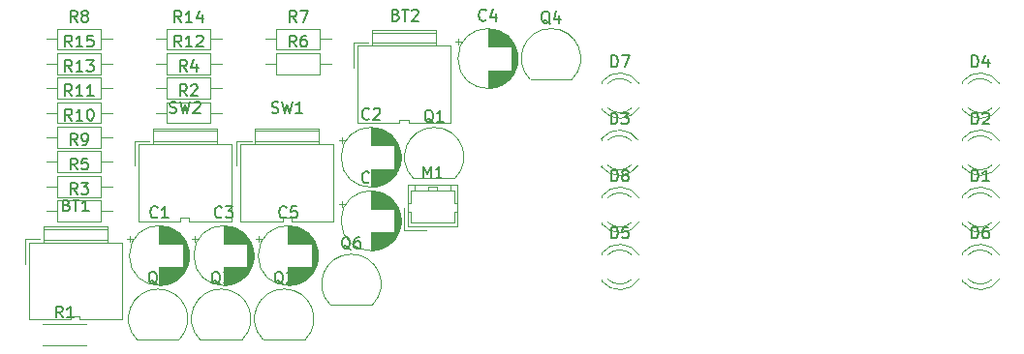
<source format=gbr>
G04 #@! TF.GenerationSoftware,KiCad,Pcbnew,(5.0.1-3-g963ef8bb5)*
G04 #@! TF.CreationDate,2019-07-07T12:57:12+09:00*
G04 #@! TF.ProjectId,Edge Light Tree,45646765204C6967687420547265652E,rev?*
G04 #@! TF.SameCoordinates,Original*
G04 #@! TF.FileFunction,Legend,Top*
G04 #@! TF.FilePolarity,Positive*
%FSLAX46Y46*%
G04 Gerber Fmt 4.6, Leading zero omitted, Abs format (unit mm)*
G04 Created by KiCad (PCBNEW (5.0.1-3-g963ef8bb5)) date 2019 July 07, Sunday 12:57:12*
%MOMM*%
%LPD*%
G01*
G04 APERTURE LIST*
%ADD10C,0.120000*%
%ADD11C,0.150000*%
G04 APERTURE END LIST*
D10*
G04 #@! TO.C,BT1*
X125268000Y-101576400D02*
X125268000Y-96746400D01*
X117138000Y-96746400D02*
X117138000Y-101576400D01*
X117138000Y-94836400D02*
X125268000Y-94836400D01*
X118408000Y-94836400D02*
X118408000Y-93446400D01*
X123998000Y-94836400D02*
X123998000Y-93446400D01*
X118408000Y-93446400D02*
X123998000Y-93446400D01*
X117138000Y-94836400D02*
X117138000Y-96746400D01*
X125268000Y-94836400D02*
X125268000Y-96746400D01*
X118408000Y-93696400D02*
X123998000Y-93696400D01*
X118408000Y-94586400D02*
X123998000Y-94586400D01*
X121588000Y-101316400D02*
X121588000Y-101576400D01*
X120818000Y-101316400D02*
X121588000Y-101316400D01*
X120818000Y-101576400D02*
X120818000Y-101316400D01*
X120818000Y-101576400D02*
X117138000Y-101576400D01*
X121588000Y-101576400D02*
X125268000Y-101576400D01*
X118098000Y-94546400D02*
X116798000Y-94546400D01*
X116798000Y-94546400D02*
X116798000Y-96746400D01*
G04 #@! TO.C,BT2*
X153978000Y-84376400D02*
X153978000Y-79546400D01*
X145848000Y-79546400D02*
X145848000Y-84376400D01*
X145848000Y-77636400D02*
X153978000Y-77636400D01*
X147118000Y-77636400D02*
X147118000Y-76246400D01*
X152708000Y-77636400D02*
X152708000Y-76246400D01*
X147118000Y-76246400D02*
X152708000Y-76246400D01*
X145848000Y-77636400D02*
X145848000Y-79546400D01*
X153978000Y-77636400D02*
X153978000Y-79546400D01*
X147118000Y-76496400D02*
X152708000Y-76496400D01*
X147118000Y-77386400D02*
X152708000Y-77386400D01*
X150298000Y-84116400D02*
X150298000Y-84376400D01*
X149528000Y-84116400D02*
X150298000Y-84116400D01*
X149528000Y-84376400D02*
X149528000Y-84116400D01*
X149528000Y-84376400D02*
X145848000Y-84376400D01*
X150298000Y-84376400D02*
X153978000Y-84376400D01*
X146808000Y-77346400D02*
X145508000Y-77346400D01*
X145508000Y-77346400D02*
X145508000Y-79546400D01*
G04 #@! TO.C,C1*
X125978225Y-94271400D02*
X125978225Y-94771400D01*
X125728225Y-94521400D02*
X126228225Y-94521400D01*
X131134000Y-95712400D02*
X131134000Y-96280400D01*
X131094000Y-95478400D02*
X131094000Y-96514400D01*
X131054000Y-95319400D02*
X131054000Y-96673400D01*
X131014000Y-95191400D02*
X131014000Y-96801400D01*
X130974000Y-95081400D02*
X130974000Y-96911400D01*
X130934000Y-94985400D02*
X130934000Y-97007400D01*
X130894000Y-94898400D02*
X130894000Y-97094400D01*
X130854000Y-94818400D02*
X130854000Y-97174400D01*
X130814000Y-94745400D02*
X130814000Y-97247400D01*
X130774000Y-94677400D02*
X130774000Y-97315400D01*
X130734000Y-94613400D02*
X130734000Y-97379400D01*
X130694000Y-94553400D02*
X130694000Y-97439400D01*
X130654000Y-94496400D02*
X130654000Y-97496400D01*
X130614000Y-94442400D02*
X130614000Y-97550400D01*
X130574000Y-94391400D02*
X130574000Y-97601400D01*
X130534000Y-97036400D02*
X130534000Y-97649400D01*
X130534000Y-94343400D02*
X130534000Y-94956400D01*
X130494000Y-97036400D02*
X130494000Y-97695400D01*
X130494000Y-94297400D02*
X130494000Y-94956400D01*
X130454000Y-97036400D02*
X130454000Y-97739400D01*
X130454000Y-94253400D02*
X130454000Y-94956400D01*
X130414000Y-97036400D02*
X130414000Y-97781400D01*
X130414000Y-94211400D02*
X130414000Y-94956400D01*
X130374000Y-97036400D02*
X130374000Y-97822400D01*
X130374000Y-94170400D02*
X130374000Y-94956400D01*
X130334000Y-97036400D02*
X130334000Y-97860400D01*
X130334000Y-94132400D02*
X130334000Y-94956400D01*
X130294000Y-97036400D02*
X130294000Y-97897400D01*
X130294000Y-94095400D02*
X130294000Y-94956400D01*
X130254000Y-97036400D02*
X130254000Y-97933400D01*
X130254000Y-94059400D02*
X130254000Y-94956400D01*
X130214000Y-97036400D02*
X130214000Y-97967400D01*
X130214000Y-94025400D02*
X130214000Y-94956400D01*
X130174000Y-97036400D02*
X130174000Y-98000400D01*
X130174000Y-93992400D02*
X130174000Y-94956400D01*
X130134000Y-97036400D02*
X130134000Y-98031400D01*
X130134000Y-93961400D02*
X130134000Y-94956400D01*
X130094000Y-97036400D02*
X130094000Y-98061400D01*
X130094000Y-93931400D02*
X130094000Y-94956400D01*
X130054000Y-97036400D02*
X130054000Y-98091400D01*
X130054000Y-93901400D02*
X130054000Y-94956400D01*
X130014000Y-97036400D02*
X130014000Y-98118400D01*
X130014000Y-93874400D02*
X130014000Y-94956400D01*
X129974000Y-97036400D02*
X129974000Y-98145400D01*
X129974000Y-93847400D02*
X129974000Y-94956400D01*
X129934000Y-97036400D02*
X129934000Y-98171400D01*
X129934000Y-93821400D02*
X129934000Y-94956400D01*
X129894000Y-97036400D02*
X129894000Y-98196400D01*
X129894000Y-93796400D02*
X129894000Y-94956400D01*
X129854000Y-97036400D02*
X129854000Y-98220400D01*
X129854000Y-93772400D02*
X129854000Y-94956400D01*
X129814000Y-97036400D02*
X129814000Y-98243400D01*
X129814000Y-93749400D02*
X129814000Y-94956400D01*
X129774000Y-97036400D02*
X129774000Y-98264400D01*
X129774000Y-93728400D02*
X129774000Y-94956400D01*
X129734000Y-97036400D02*
X129734000Y-98286400D01*
X129734000Y-93706400D02*
X129734000Y-94956400D01*
X129694000Y-97036400D02*
X129694000Y-98306400D01*
X129694000Y-93686400D02*
X129694000Y-94956400D01*
X129654000Y-97036400D02*
X129654000Y-98325400D01*
X129654000Y-93667400D02*
X129654000Y-94956400D01*
X129614000Y-97036400D02*
X129614000Y-98344400D01*
X129614000Y-93648400D02*
X129614000Y-94956400D01*
X129574000Y-97036400D02*
X129574000Y-98361400D01*
X129574000Y-93631400D02*
X129574000Y-94956400D01*
X129534000Y-97036400D02*
X129534000Y-98378400D01*
X129534000Y-93614400D02*
X129534000Y-94956400D01*
X129494000Y-97036400D02*
X129494000Y-98394400D01*
X129494000Y-93598400D02*
X129494000Y-94956400D01*
X129454000Y-97036400D02*
X129454000Y-98410400D01*
X129454000Y-93582400D02*
X129454000Y-94956400D01*
X129414000Y-97036400D02*
X129414000Y-98424400D01*
X129414000Y-93568400D02*
X129414000Y-94956400D01*
X129374000Y-97036400D02*
X129374000Y-98438400D01*
X129374000Y-93554400D02*
X129374000Y-94956400D01*
X129334000Y-97036400D02*
X129334000Y-98451400D01*
X129334000Y-93541400D02*
X129334000Y-94956400D01*
X129294000Y-97036400D02*
X129294000Y-98464400D01*
X129294000Y-93528400D02*
X129294000Y-94956400D01*
X129254000Y-97036400D02*
X129254000Y-98476400D01*
X129254000Y-93516400D02*
X129254000Y-94956400D01*
X129213000Y-97036400D02*
X129213000Y-98487400D01*
X129213000Y-93505400D02*
X129213000Y-94956400D01*
X129173000Y-97036400D02*
X129173000Y-98497400D01*
X129173000Y-93495400D02*
X129173000Y-94956400D01*
X129133000Y-97036400D02*
X129133000Y-98507400D01*
X129133000Y-93485400D02*
X129133000Y-94956400D01*
X129093000Y-97036400D02*
X129093000Y-98516400D01*
X129093000Y-93476400D02*
X129093000Y-94956400D01*
X129053000Y-97036400D02*
X129053000Y-98524400D01*
X129053000Y-93468400D02*
X129053000Y-94956400D01*
X129013000Y-97036400D02*
X129013000Y-98532400D01*
X129013000Y-93460400D02*
X129013000Y-94956400D01*
X128973000Y-97036400D02*
X128973000Y-98539400D01*
X128973000Y-93453400D02*
X128973000Y-94956400D01*
X128933000Y-97036400D02*
X128933000Y-98546400D01*
X128933000Y-93446400D02*
X128933000Y-94956400D01*
X128893000Y-97036400D02*
X128893000Y-98552400D01*
X128893000Y-93440400D02*
X128893000Y-94956400D01*
X128853000Y-97036400D02*
X128853000Y-98557400D01*
X128853000Y-93435400D02*
X128853000Y-94956400D01*
X128813000Y-97036400D02*
X128813000Y-98561400D01*
X128813000Y-93431400D02*
X128813000Y-94956400D01*
X128773000Y-97036400D02*
X128773000Y-98565400D01*
X128773000Y-93427400D02*
X128773000Y-94956400D01*
X128733000Y-97036400D02*
X128733000Y-98569400D01*
X128733000Y-93423400D02*
X128733000Y-94956400D01*
X128693000Y-97036400D02*
X128693000Y-98572400D01*
X128693000Y-93420400D02*
X128693000Y-94956400D01*
X128653000Y-97036400D02*
X128653000Y-98574400D01*
X128653000Y-93418400D02*
X128653000Y-94956400D01*
X128613000Y-97036400D02*
X128613000Y-98575400D01*
X128613000Y-93417400D02*
X128613000Y-94956400D01*
X128573000Y-93416400D02*
X128573000Y-94956400D01*
X128573000Y-97036400D02*
X128573000Y-98576400D01*
X128533000Y-93416400D02*
X128533000Y-94956400D01*
X128533000Y-97036400D02*
X128533000Y-98576400D01*
X131153000Y-95996400D02*
G75*
G03X131153000Y-95996400I-2620000J0D01*
G01*
G04 #@! TO.C,C2*
X149653000Y-87396400D02*
G75*
G03X149653000Y-87396400I-2620000J0D01*
G01*
X147033000Y-88436400D02*
X147033000Y-89976400D01*
X147033000Y-84816400D02*
X147033000Y-86356400D01*
X147073000Y-88436400D02*
X147073000Y-89976400D01*
X147073000Y-84816400D02*
X147073000Y-86356400D01*
X147113000Y-84817400D02*
X147113000Y-86356400D01*
X147113000Y-88436400D02*
X147113000Y-89975400D01*
X147153000Y-84818400D02*
X147153000Y-86356400D01*
X147153000Y-88436400D02*
X147153000Y-89974400D01*
X147193000Y-84820400D02*
X147193000Y-86356400D01*
X147193000Y-88436400D02*
X147193000Y-89972400D01*
X147233000Y-84823400D02*
X147233000Y-86356400D01*
X147233000Y-88436400D02*
X147233000Y-89969400D01*
X147273000Y-84827400D02*
X147273000Y-86356400D01*
X147273000Y-88436400D02*
X147273000Y-89965400D01*
X147313000Y-84831400D02*
X147313000Y-86356400D01*
X147313000Y-88436400D02*
X147313000Y-89961400D01*
X147353000Y-84835400D02*
X147353000Y-86356400D01*
X147353000Y-88436400D02*
X147353000Y-89957400D01*
X147393000Y-84840400D02*
X147393000Y-86356400D01*
X147393000Y-88436400D02*
X147393000Y-89952400D01*
X147433000Y-84846400D02*
X147433000Y-86356400D01*
X147433000Y-88436400D02*
X147433000Y-89946400D01*
X147473000Y-84853400D02*
X147473000Y-86356400D01*
X147473000Y-88436400D02*
X147473000Y-89939400D01*
X147513000Y-84860400D02*
X147513000Y-86356400D01*
X147513000Y-88436400D02*
X147513000Y-89932400D01*
X147553000Y-84868400D02*
X147553000Y-86356400D01*
X147553000Y-88436400D02*
X147553000Y-89924400D01*
X147593000Y-84876400D02*
X147593000Y-86356400D01*
X147593000Y-88436400D02*
X147593000Y-89916400D01*
X147633000Y-84885400D02*
X147633000Y-86356400D01*
X147633000Y-88436400D02*
X147633000Y-89907400D01*
X147673000Y-84895400D02*
X147673000Y-86356400D01*
X147673000Y-88436400D02*
X147673000Y-89897400D01*
X147713000Y-84905400D02*
X147713000Y-86356400D01*
X147713000Y-88436400D02*
X147713000Y-89887400D01*
X147754000Y-84916400D02*
X147754000Y-86356400D01*
X147754000Y-88436400D02*
X147754000Y-89876400D01*
X147794000Y-84928400D02*
X147794000Y-86356400D01*
X147794000Y-88436400D02*
X147794000Y-89864400D01*
X147834000Y-84941400D02*
X147834000Y-86356400D01*
X147834000Y-88436400D02*
X147834000Y-89851400D01*
X147874000Y-84954400D02*
X147874000Y-86356400D01*
X147874000Y-88436400D02*
X147874000Y-89838400D01*
X147914000Y-84968400D02*
X147914000Y-86356400D01*
X147914000Y-88436400D02*
X147914000Y-89824400D01*
X147954000Y-84982400D02*
X147954000Y-86356400D01*
X147954000Y-88436400D02*
X147954000Y-89810400D01*
X147994000Y-84998400D02*
X147994000Y-86356400D01*
X147994000Y-88436400D02*
X147994000Y-89794400D01*
X148034000Y-85014400D02*
X148034000Y-86356400D01*
X148034000Y-88436400D02*
X148034000Y-89778400D01*
X148074000Y-85031400D02*
X148074000Y-86356400D01*
X148074000Y-88436400D02*
X148074000Y-89761400D01*
X148114000Y-85048400D02*
X148114000Y-86356400D01*
X148114000Y-88436400D02*
X148114000Y-89744400D01*
X148154000Y-85067400D02*
X148154000Y-86356400D01*
X148154000Y-88436400D02*
X148154000Y-89725400D01*
X148194000Y-85086400D02*
X148194000Y-86356400D01*
X148194000Y-88436400D02*
X148194000Y-89706400D01*
X148234000Y-85106400D02*
X148234000Y-86356400D01*
X148234000Y-88436400D02*
X148234000Y-89686400D01*
X148274000Y-85128400D02*
X148274000Y-86356400D01*
X148274000Y-88436400D02*
X148274000Y-89664400D01*
X148314000Y-85149400D02*
X148314000Y-86356400D01*
X148314000Y-88436400D02*
X148314000Y-89643400D01*
X148354000Y-85172400D02*
X148354000Y-86356400D01*
X148354000Y-88436400D02*
X148354000Y-89620400D01*
X148394000Y-85196400D02*
X148394000Y-86356400D01*
X148394000Y-88436400D02*
X148394000Y-89596400D01*
X148434000Y-85221400D02*
X148434000Y-86356400D01*
X148434000Y-88436400D02*
X148434000Y-89571400D01*
X148474000Y-85247400D02*
X148474000Y-86356400D01*
X148474000Y-88436400D02*
X148474000Y-89545400D01*
X148514000Y-85274400D02*
X148514000Y-86356400D01*
X148514000Y-88436400D02*
X148514000Y-89518400D01*
X148554000Y-85301400D02*
X148554000Y-86356400D01*
X148554000Y-88436400D02*
X148554000Y-89491400D01*
X148594000Y-85331400D02*
X148594000Y-86356400D01*
X148594000Y-88436400D02*
X148594000Y-89461400D01*
X148634000Y-85361400D02*
X148634000Y-86356400D01*
X148634000Y-88436400D02*
X148634000Y-89431400D01*
X148674000Y-85392400D02*
X148674000Y-86356400D01*
X148674000Y-88436400D02*
X148674000Y-89400400D01*
X148714000Y-85425400D02*
X148714000Y-86356400D01*
X148714000Y-88436400D02*
X148714000Y-89367400D01*
X148754000Y-85459400D02*
X148754000Y-86356400D01*
X148754000Y-88436400D02*
X148754000Y-89333400D01*
X148794000Y-85495400D02*
X148794000Y-86356400D01*
X148794000Y-88436400D02*
X148794000Y-89297400D01*
X148834000Y-85532400D02*
X148834000Y-86356400D01*
X148834000Y-88436400D02*
X148834000Y-89260400D01*
X148874000Y-85570400D02*
X148874000Y-86356400D01*
X148874000Y-88436400D02*
X148874000Y-89222400D01*
X148914000Y-85611400D02*
X148914000Y-86356400D01*
X148914000Y-88436400D02*
X148914000Y-89181400D01*
X148954000Y-85653400D02*
X148954000Y-86356400D01*
X148954000Y-88436400D02*
X148954000Y-89139400D01*
X148994000Y-85697400D02*
X148994000Y-86356400D01*
X148994000Y-88436400D02*
X148994000Y-89095400D01*
X149034000Y-85743400D02*
X149034000Y-86356400D01*
X149034000Y-88436400D02*
X149034000Y-89049400D01*
X149074000Y-85791400D02*
X149074000Y-89001400D01*
X149114000Y-85842400D02*
X149114000Y-88950400D01*
X149154000Y-85896400D02*
X149154000Y-88896400D01*
X149194000Y-85953400D02*
X149194000Y-88839400D01*
X149234000Y-86013400D02*
X149234000Y-88779400D01*
X149274000Y-86077400D02*
X149274000Y-88715400D01*
X149314000Y-86145400D02*
X149314000Y-88647400D01*
X149354000Y-86218400D02*
X149354000Y-88574400D01*
X149394000Y-86298400D02*
X149394000Y-88494400D01*
X149434000Y-86385400D02*
X149434000Y-88407400D01*
X149474000Y-86481400D02*
X149474000Y-88311400D01*
X149514000Y-86591400D02*
X149514000Y-88201400D01*
X149554000Y-86719400D02*
X149554000Y-88073400D01*
X149594000Y-86878400D02*
X149594000Y-87914400D01*
X149634000Y-87112400D02*
X149634000Y-87680400D01*
X144228225Y-85921400D02*
X144728225Y-85921400D01*
X144478225Y-85671400D02*
X144478225Y-86171400D01*
G04 #@! TO.C,C3*
X136783000Y-95996400D02*
G75*
G03X136783000Y-95996400I-2620000J0D01*
G01*
X134163000Y-97036400D02*
X134163000Y-98576400D01*
X134163000Y-93416400D02*
X134163000Y-94956400D01*
X134203000Y-97036400D02*
X134203000Y-98576400D01*
X134203000Y-93416400D02*
X134203000Y-94956400D01*
X134243000Y-93417400D02*
X134243000Y-94956400D01*
X134243000Y-97036400D02*
X134243000Y-98575400D01*
X134283000Y-93418400D02*
X134283000Y-94956400D01*
X134283000Y-97036400D02*
X134283000Y-98574400D01*
X134323000Y-93420400D02*
X134323000Y-94956400D01*
X134323000Y-97036400D02*
X134323000Y-98572400D01*
X134363000Y-93423400D02*
X134363000Y-94956400D01*
X134363000Y-97036400D02*
X134363000Y-98569400D01*
X134403000Y-93427400D02*
X134403000Y-94956400D01*
X134403000Y-97036400D02*
X134403000Y-98565400D01*
X134443000Y-93431400D02*
X134443000Y-94956400D01*
X134443000Y-97036400D02*
X134443000Y-98561400D01*
X134483000Y-93435400D02*
X134483000Y-94956400D01*
X134483000Y-97036400D02*
X134483000Y-98557400D01*
X134523000Y-93440400D02*
X134523000Y-94956400D01*
X134523000Y-97036400D02*
X134523000Y-98552400D01*
X134563000Y-93446400D02*
X134563000Y-94956400D01*
X134563000Y-97036400D02*
X134563000Y-98546400D01*
X134603000Y-93453400D02*
X134603000Y-94956400D01*
X134603000Y-97036400D02*
X134603000Y-98539400D01*
X134643000Y-93460400D02*
X134643000Y-94956400D01*
X134643000Y-97036400D02*
X134643000Y-98532400D01*
X134683000Y-93468400D02*
X134683000Y-94956400D01*
X134683000Y-97036400D02*
X134683000Y-98524400D01*
X134723000Y-93476400D02*
X134723000Y-94956400D01*
X134723000Y-97036400D02*
X134723000Y-98516400D01*
X134763000Y-93485400D02*
X134763000Y-94956400D01*
X134763000Y-97036400D02*
X134763000Y-98507400D01*
X134803000Y-93495400D02*
X134803000Y-94956400D01*
X134803000Y-97036400D02*
X134803000Y-98497400D01*
X134843000Y-93505400D02*
X134843000Y-94956400D01*
X134843000Y-97036400D02*
X134843000Y-98487400D01*
X134884000Y-93516400D02*
X134884000Y-94956400D01*
X134884000Y-97036400D02*
X134884000Y-98476400D01*
X134924000Y-93528400D02*
X134924000Y-94956400D01*
X134924000Y-97036400D02*
X134924000Y-98464400D01*
X134964000Y-93541400D02*
X134964000Y-94956400D01*
X134964000Y-97036400D02*
X134964000Y-98451400D01*
X135004000Y-93554400D02*
X135004000Y-94956400D01*
X135004000Y-97036400D02*
X135004000Y-98438400D01*
X135044000Y-93568400D02*
X135044000Y-94956400D01*
X135044000Y-97036400D02*
X135044000Y-98424400D01*
X135084000Y-93582400D02*
X135084000Y-94956400D01*
X135084000Y-97036400D02*
X135084000Y-98410400D01*
X135124000Y-93598400D02*
X135124000Y-94956400D01*
X135124000Y-97036400D02*
X135124000Y-98394400D01*
X135164000Y-93614400D02*
X135164000Y-94956400D01*
X135164000Y-97036400D02*
X135164000Y-98378400D01*
X135204000Y-93631400D02*
X135204000Y-94956400D01*
X135204000Y-97036400D02*
X135204000Y-98361400D01*
X135244000Y-93648400D02*
X135244000Y-94956400D01*
X135244000Y-97036400D02*
X135244000Y-98344400D01*
X135284000Y-93667400D02*
X135284000Y-94956400D01*
X135284000Y-97036400D02*
X135284000Y-98325400D01*
X135324000Y-93686400D02*
X135324000Y-94956400D01*
X135324000Y-97036400D02*
X135324000Y-98306400D01*
X135364000Y-93706400D02*
X135364000Y-94956400D01*
X135364000Y-97036400D02*
X135364000Y-98286400D01*
X135404000Y-93728400D02*
X135404000Y-94956400D01*
X135404000Y-97036400D02*
X135404000Y-98264400D01*
X135444000Y-93749400D02*
X135444000Y-94956400D01*
X135444000Y-97036400D02*
X135444000Y-98243400D01*
X135484000Y-93772400D02*
X135484000Y-94956400D01*
X135484000Y-97036400D02*
X135484000Y-98220400D01*
X135524000Y-93796400D02*
X135524000Y-94956400D01*
X135524000Y-97036400D02*
X135524000Y-98196400D01*
X135564000Y-93821400D02*
X135564000Y-94956400D01*
X135564000Y-97036400D02*
X135564000Y-98171400D01*
X135604000Y-93847400D02*
X135604000Y-94956400D01*
X135604000Y-97036400D02*
X135604000Y-98145400D01*
X135644000Y-93874400D02*
X135644000Y-94956400D01*
X135644000Y-97036400D02*
X135644000Y-98118400D01*
X135684000Y-93901400D02*
X135684000Y-94956400D01*
X135684000Y-97036400D02*
X135684000Y-98091400D01*
X135724000Y-93931400D02*
X135724000Y-94956400D01*
X135724000Y-97036400D02*
X135724000Y-98061400D01*
X135764000Y-93961400D02*
X135764000Y-94956400D01*
X135764000Y-97036400D02*
X135764000Y-98031400D01*
X135804000Y-93992400D02*
X135804000Y-94956400D01*
X135804000Y-97036400D02*
X135804000Y-98000400D01*
X135844000Y-94025400D02*
X135844000Y-94956400D01*
X135844000Y-97036400D02*
X135844000Y-97967400D01*
X135884000Y-94059400D02*
X135884000Y-94956400D01*
X135884000Y-97036400D02*
X135884000Y-97933400D01*
X135924000Y-94095400D02*
X135924000Y-94956400D01*
X135924000Y-97036400D02*
X135924000Y-97897400D01*
X135964000Y-94132400D02*
X135964000Y-94956400D01*
X135964000Y-97036400D02*
X135964000Y-97860400D01*
X136004000Y-94170400D02*
X136004000Y-94956400D01*
X136004000Y-97036400D02*
X136004000Y-97822400D01*
X136044000Y-94211400D02*
X136044000Y-94956400D01*
X136044000Y-97036400D02*
X136044000Y-97781400D01*
X136084000Y-94253400D02*
X136084000Y-94956400D01*
X136084000Y-97036400D02*
X136084000Y-97739400D01*
X136124000Y-94297400D02*
X136124000Y-94956400D01*
X136124000Y-97036400D02*
X136124000Y-97695400D01*
X136164000Y-94343400D02*
X136164000Y-94956400D01*
X136164000Y-97036400D02*
X136164000Y-97649400D01*
X136204000Y-94391400D02*
X136204000Y-97601400D01*
X136244000Y-94442400D02*
X136244000Y-97550400D01*
X136284000Y-94496400D02*
X136284000Y-97496400D01*
X136324000Y-94553400D02*
X136324000Y-97439400D01*
X136364000Y-94613400D02*
X136364000Y-97379400D01*
X136404000Y-94677400D02*
X136404000Y-97315400D01*
X136444000Y-94745400D02*
X136444000Y-97247400D01*
X136484000Y-94818400D02*
X136484000Y-97174400D01*
X136524000Y-94898400D02*
X136524000Y-97094400D01*
X136564000Y-94985400D02*
X136564000Y-97007400D01*
X136604000Y-95081400D02*
X136604000Y-96911400D01*
X136644000Y-95191400D02*
X136644000Y-96801400D01*
X136684000Y-95319400D02*
X136684000Y-96673400D01*
X136724000Y-95478400D02*
X136724000Y-96514400D01*
X136764000Y-95712400D02*
X136764000Y-96280400D01*
X131358225Y-94521400D02*
X131858225Y-94521400D01*
X131608225Y-94271400D02*
X131608225Y-94771400D01*
G04 #@! TO.C,C4*
X154688225Y-77021400D02*
X154688225Y-77521400D01*
X154438225Y-77271400D02*
X154938225Y-77271400D01*
X159844000Y-78462400D02*
X159844000Y-79030400D01*
X159804000Y-78228400D02*
X159804000Y-79264400D01*
X159764000Y-78069400D02*
X159764000Y-79423400D01*
X159724000Y-77941400D02*
X159724000Y-79551400D01*
X159684000Y-77831400D02*
X159684000Y-79661400D01*
X159644000Y-77735400D02*
X159644000Y-79757400D01*
X159604000Y-77648400D02*
X159604000Y-79844400D01*
X159564000Y-77568400D02*
X159564000Y-79924400D01*
X159524000Y-77495400D02*
X159524000Y-79997400D01*
X159484000Y-77427400D02*
X159484000Y-80065400D01*
X159444000Y-77363400D02*
X159444000Y-80129400D01*
X159404000Y-77303400D02*
X159404000Y-80189400D01*
X159364000Y-77246400D02*
X159364000Y-80246400D01*
X159324000Y-77192400D02*
X159324000Y-80300400D01*
X159284000Y-77141400D02*
X159284000Y-80351400D01*
X159244000Y-79786400D02*
X159244000Y-80399400D01*
X159244000Y-77093400D02*
X159244000Y-77706400D01*
X159204000Y-79786400D02*
X159204000Y-80445400D01*
X159204000Y-77047400D02*
X159204000Y-77706400D01*
X159164000Y-79786400D02*
X159164000Y-80489400D01*
X159164000Y-77003400D02*
X159164000Y-77706400D01*
X159124000Y-79786400D02*
X159124000Y-80531400D01*
X159124000Y-76961400D02*
X159124000Y-77706400D01*
X159084000Y-79786400D02*
X159084000Y-80572400D01*
X159084000Y-76920400D02*
X159084000Y-77706400D01*
X159044000Y-79786400D02*
X159044000Y-80610400D01*
X159044000Y-76882400D02*
X159044000Y-77706400D01*
X159004000Y-79786400D02*
X159004000Y-80647400D01*
X159004000Y-76845400D02*
X159004000Y-77706400D01*
X158964000Y-79786400D02*
X158964000Y-80683400D01*
X158964000Y-76809400D02*
X158964000Y-77706400D01*
X158924000Y-79786400D02*
X158924000Y-80717400D01*
X158924000Y-76775400D02*
X158924000Y-77706400D01*
X158884000Y-79786400D02*
X158884000Y-80750400D01*
X158884000Y-76742400D02*
X158884000Y-77706400D01*
X158844000Y-79786400D02*
X158844000Y-80781400D01*
X158844000Y-76711400D02*
X158844000Y-77706400D01*
X158804000Y-79786400D02*
X158804000Y-80811400D01*
X158804000Y-76681400D02*
X158804000Y-77706400D01*
X158764000Y-79786400D02*
X158764000Y-80841400D01*
X158764000Y-76651400D02*
X158764000Y-77706400D01*
X158724000Y-79786400D02*
X158724000Y-80868400D01*
X158724000Y-76624400D02*
X158724000Y-77706400D01*
X158684000Y-79786400D02*
X158684000Y-80895400D01*
X158684000Y-76597400D02*
X158684000Y-77706400D01*
X158644000Y-79786400D02*
X158644000Y-80921400D01*
X158644000Y-76571400D02*
X158644000Y-77706400D01*
X158604000Y-79786400D02*
X158604000Y-80946400D01*
X158604000Y-76546400D02*
X158604000Y-77706400D01*
X158564000Y-79786400D02*
X158564000Y-80970400D01*
X158564000Y-76522400D02*
X158564000Y-77706400D01*
X158524000Y-79786400D02*
X158524000Y-80993400D01*
X158524000Y-76499400D02*
X158524000Y-77706400D01*
X158484000Y-79786400D02*
X158484000Y-81014400D01*
X158484000Y-76478400D02*
X158484000Y-77706400D01*
X158444000Y-79786400D02*
X158444000Y-81036400D01*
X158444000Y-76456400D02*
X158444000Y-77706400D01*
X158404000Y-79786400D02*
X158404000Y-81056400D01*
X158404000Y-76436400D02*
X158404000Y-77706400D01*
X158364000Y-79786400D02*
X158364000Y-81075400D01*
X158364000Y-76417400D02*
X158364000Y-77706400D01*
X158324000Y-79786400D02*
X158324000Y-81094400D01*
X158324000Y-76398400D02*
X158324000Y-77706400D01*
X158284000Y-79786400D02*
X158284000Y-81111400D01*
X158284000Y-76381400D02*
X158284000Y-77706400D01*
X158244000Y-79786400D02*
X158244000Y-81128400D01*
X158244000Y-76364400D02*
X158244000Y-77706400D01*
X158204000Y-79786400D02*
X158204000Y-81144400D01*
X158204000Y-76348400D02*
X158204000Y-77706400D01*
X158164000Y-79786400D02*
X158164000Y-81160400D01*
X158164000Y-76332400D02*
X158164000Y-77706400D01*
X158124000Y-79786400D02*
X158124000Y-81174400D01*
X158124000Y-76318400D02*
X158124000Y-77706400D01*
X158084000Y-79786400D02*
X158084000Y-81188400D01*
X158084000Y-76304400D02*
X158084000Y-77706400D01*
X158044000Y-79786400D02*
X158044000Y-81201400D01*
X158044000Y-76291400D02*
X158044000Y-77706400D01*
X158004000Y-79786400D02*
X158004000Y-81214400D01*
X158004000Y-76278400D02*
X158004000Y-77706400D01*
X157964000Y-79786400D02*
X157964000Y-81226400D01*
X157964000Y-76266400D02*
X157964000Y-77706400D01*
X157923000Y-79786400D02*
X157923000Y-81237400D01*
X157923000Y-76255400D02*
X157923000Y-77706400D01*
X157883000Y-79786400D02*
X157883000Y-81247400D01*
X157883000Y-76245400D02*
X157883000Y-77706400D01*
X157843000Y-79786400D02*
X157843000Y-81257400D01*
X157843000Y-76235400D02*
X157843000Y-77706400D01*
X157803000Y-79786400D02*
X157803000Y-81266400D01*
X157803000Y-76226400D02*
X157803000Y-77706400D01*
X157763000Y-79786400D02*
X157763000Y-81274400D01*
X157763000Y-76218400D02*
X157763000Y-77706400D01*
X157723000Y-79786400D02*
X157723000Y-81282400D01*
X157723000Y-76210400D02*
X157723000Y-77706400D01*
X157683000Y-79786400D02*
X157683000Y-81289400D01*
X157683000Y-76203400D02*
X157683000Y-77706400D01*
X157643000Y-79786400D02*
X157643000Y-81296400D01*
X157643000Y-76196400D02*
X157643000Y-77706400D01*
X157603000Y-79786400D02*
X157603000Y-81302400D01*
X157603000Y-76190400D02*
X157603000Y-77706400D01*
X157563000Y-79786400D02*
X157563000Y-81307400D01*
X157563000Y-76185400D02*
X157563000Y-77706400D01*
X157523000Y-79786400D02*
X157523000Y-81311400D01*
X157523000Y-76181400D02*
X157523000Y-77706400D01*
X157483000Y-79786400D02*
X157483000Y-81315400D01*
X157483000Y-76177400D02*
X157483000Y-77706400D01*
X157443000Y-79786400D02*
X157443000Y-81319400D01*
X157443000Y-76173400D02*
X157443000Y-77706400D01*
X157403000Y-79786400D02*
X157403000Y-81322400D01*
X157403000Y-76170400D02*
X157403000Y-77706400D01*
X157363000Y-79786400D02*
X157363000Y-81324400D01*
X157363000Y-76168400D02*
X157363000Y-77706400D01*
X157323000Y-79786400D02*
X157323000Y-81325400D01*
X157323000Y-76167400D02*
X157323000Y-77706400D01*
X157283000Y-76166400D02*
X157283000Y-77706400D01*
X157283000Y-79786400D02*
X157283000Y-81326400D01*
X157243000Y-76166400D02*
X157243000Y-77706400D01*
X157243000Y-79786400D02*
X157243000Y-81326400D01*
X159863000Y-78746400D02*
G75*
G03X159863000Y-78746400I-2620000J0D01*
G01*
G04 #@! TO.C,C5*
X142413000Y-95996400D02*
G75*
G03X142413000Y-95996400I-2620000J0D01*
G01*
X139793000Y-97036400D02*
X139793000Y-98576400D01*
X139793000Y-93416400D02*
X139793000Y-94956400D01*
X139833000Y-97036400D02*
X139833000Y-98576400D01*
X139833000Y-93416400D02*
X139833000Y-94956400D01*
X139873000Y-93417400D02*
X139873000Y-94956400D01*
X139873000Y-97036400D02*
X139873000Y-98575400D01*
X139913000Y-93418400D02*
X139913000Y-94956400D01*
X139913000Y-97036400D02*
X139913000Y-98574400D01*
X139953000Y-93420400D02*
X139953000Y-94956400D01*
X139953000Y-97036400D02*
X139953000Y-98572400D01*
X139993000Y-93423400D02*
X139993000Y-94956400D01*
X139993000Y-97036400D02*
X139993000Y-98569400D01*
X140033000Y-93427400D02*
X140033000Y-94956400D01*
X140033000Y-97036400D02*
X140033000Y-98565400D01*
X140073000Y-93431400D02*
X140073000Y-94956400D01*
X140073000Y-97036400D02*
X140073000Y-98561400D01*
X140113000Y-93435400D02*
X140113000Y-94956400D01*
X140113000Y-97036400D02*
X140113000Y-98557400D01*
X140153000Y-93440400D02*
X140153000Y-94956400D01*
X140153000Y-97036400D02*
X140153000Y-98552400D01*
X140193000Y-93446400D02*
X140193000Y-94956400D01*
X140193000Y-97036400D02*
X140193000Y-98546400D01*
X140233000Y-93453400D02*
X140233000Y-94956400D01*
X140233000Y-97036400D02*
X140233000Y-98539400D01*
X140273000Y-93460400D02*
X140273000Y-94956400D01*
X140273000Y-97036400D02*
X140273000Y-98532400D01*
X140313000Y-93468400D02*
X140313000Y-94956400D01*
X140313000Y-97036400D02*
X140313000Y-98524400D01*
X140353000Y-93476400D02*
X140353000Y-94956400D01*
X140353000Y-97036400D02*
X140353000Y-98516400D01*
X140393000Y-93485400D02*
X140393000Y-94956400D01*
X140393000Y-97036400D02*
X140393000Y-98507400D01*
X140433000Y-93495400D02*
X140433000Y-94956400D01*
X140433000Y-97036400D02*
X140433000Y-98497400D01*
X140473000Y-93505400D02*
X140473000Y-94956400D01*
X140473000Y-97036400D02*
X140473000Y-98487400D01*
X140514000Y-93516400D02*
X140514000Y-94956400D01*
X140514000Y-97036400D02*
X140514000Y-98476400D01*
X140554000Y-93528400D02*
X140554000Y-94956400D01*
X140554000Y-97036400D02*
X140554000Y-98464400D01*
X140594000Y-93541400D02*
X140594000Y-94956400D01*
X140594000Y-97036400D02*
X140594000Y-98451400D01*
X140634000Y-93554400D02*
X140634000Y-94956400D01*
X140634000Y-97036400D02*
X140634000Y-98438400D01*
X140674000Y-93568400D02*
X140674000Y-94956400D01*
X140674000Y-97036400D02*
X140674000Y-98424400D01*
X140714000Y-93582400D02*
X140714000Y-94956400D01*
X140714000Y-97036400D02*
X140714000Y-98410400D01*
X140754000Y-93598400D02*
X140754000Y-94956400D01*
X140754000Y-97036400D02*
X140754000Y-98394400D01*
X140794000Y-93614400D02*
X140794000Y-94956400D01*
X140794000Y-97036400D02*
X140794000Y-98378400D01*
X140834000Y-93631400D02*
X140834000Y-94956400D01*
X140834000Y-97036400D02*
X140834000Y-98361400D01*
X140874000Y-93648400D02*
X140874000Y-94956400D01*
X140874000Y-97036400D02*
X140874000Y-98344400D01*
X140914000Y-93667400D02*
X140914000Y-94956400D01*
X140914000Y-97036400D02*
X140914000Y-98325400D01*
X140954000Y-93686400D02*
X140954000Y-94956400D01*
X140954000Y-97036400D02*
X140954000Y-98306400D01*
X140994000Y-93706400D02*
X140994000Y-94956400D01*
X140994000Y-97036400D02*
X140994000Y-98286400D01*
X141034000Y-93728400D02*
X141034000Y-94956400D01*
X141034000Y-97036400D02*
X141034000Y-98264400D01*
X141074000Y-93749400D02*
X141074000Y-94956400D01*
X141074000Y-97036400D02*
X141074000Y-98243400D01*
X141114000Y-93772400D02*
X141114000Y-94956400D01*
X141114000Y-97036400D02*
X141114000Y-98220400D01*
X141154000Y-93796400D02*
X141154000Y-94956400D01*
X141154000Y-97036400D02*
X141154000Y-98196400D01*
X141194000Y-93821400D02*
X141194000Y-94956400D01*
X141194000Y-97036400D02*
X141194000Y-98171400D01*
X141234000Y-93847400D02*
X141234000Y-94956400D01*
X141234000Y-97036400D02*
X141234000Y-98145400D01*
X141274000Y-93874400D02*
X141274000Y-94956400D01*
X141274000Y-97036400D02*
X141274000Y-98118400D01*
X141314000Y-93901400D02*
X141314000Y-94956400D01*
X141314000Y-97036400D02*
X141314000Y-98091400D01*
X141354000Y-93931400D02*
X141354000Y-94956400D01*
X141354000Y-97036400D02*
X141354000Y-98061400D01*
X141394000Y-93961400D02*
X141394000Y-94956400D01*
X141394000Y-97036400D02*
X141394000Y-98031400D01*
X141434000Y-93992400D02*
X141434000Y-94956400D01*
X141434000Y-97036400D02*
X141434000Y-98000400D01*
X141474000Y-94025400D02*
X141474000Y-94956400D01*
X141474000Y-97036400D02*
X141474000Y-97967400D01*
X141514000Y-94059400D02*
X141514000Y-94956400D01*
X141514000Y-97036400D02*
X141514000Y-97933400D01*
X141554000Y-94095400D02*
X141554000Y-94956400D01*
X141554000Y-97036400D02*
X141554000Y-97897400D01*
X141594000Y-94132400D02*
X141594000Y-94956400D01*
X141594000Y-97036400D02*
X141594000Y-97860400D01*
X141634000Y-94170400D02*
X141634000Y-94956400D01*
X141634000Y-97036400D02*
X141634000Y-97822400D01*
X141674000Y-94211400D02*
X141674000Y-94956400D01*
X141674000Y-97036400D02*
X141674000Y-97781400D01*
X141714000Y-94253400D02*
X141714000Y-94956400D01*
X141714000Y-97036400D02*
X141714000Y-97739400D01*
X141754000Y-94297400D02*
X141754000Y-94956400D01*
X141754000Y-97036400D02*
X141754000Y-97695400D01*
X141794000Y-94343400D02*
X141794000Y-94956400D01*
X141794000Y-97036400D02*
X141794000Y-97649400D01*
X141834000Y-94391400D02*
X141834000Y-97601400D01*
X141874000Y-94442400D02*
X141874000Y-97550400D01*
X141914000Y-94496400D02*
X141914000Y-97496400D01*
X141954000Y-94553400D02*
X141954000Y-97439400D01*
X141994000Y-94613400D02*
X141994000Y-97379400D01*
X142034000Y-94677400D02*
X142034000Y-97315400D01*
X142074000Y-94745400D02*
X142074000Y-97247400D01*
X142114000Y-94818400D02*
X142114000Y-97174400D01*
X142154000Y-94898400D02*
X142154000Y-97094400D01*
X142194000Y-94985400D02*
X142194000Y-97007400D01*
X142234000Y-95081400D02*
X142234000Y-96911400D01*
X142274000Y-95191400D02*
X142274000Y-96801400D01*
X142314000Y-95319400D02*
X142314000Y-96673400D01*
X142354000Y-95478400D02*
X142354000Y-96514400D01*
X142394000Y-95712400D02*
X142394000Y-96280400D01*
X136988225Y-94521400D02*
X137488225Y-94521400D01*
X137238225Y-94271400D02*
X137238225Y-94771400D01*
G04 #@! TO.C,C6*
X144478225Y-91221400D02*
X144478225Y-91721400D01*
X144228225Y-91471400D02*
X144728225Y-91471400D01*
X149634000Y-92662400D02*
X149634000Y-93230400D01*
X149594000Y-92428400D02*
X149594000Y-93464400D01*
X149554000Y-92269400D02*
X149554000Y-93623400D01*
X149514000Y-92141400D02*
X149514000Y-93751400D01*
X149474000Y-92031400D02*
X149474000Y-93861400D01*
X149434000Y-91935400D02*
X149434000Y-93957400D01*
X149394000Y-91848400D02*
X149394000Y-94044400D01*
X149354000Y-91768400D02*
X149354000Y-94124400D01*
X149314000Y-91695400D02*
X149314000Y-94197400D01*
X149274000Y-91627400D02*
X149274000Y-94265400D01*
X149234000Y-91563400D02*
X149234000Y-94329400D01*
X149194000Y-91503400D02*
X149194000Y-94389400D01*
X149154000Y-91446400D02*
X149154000Y-94446400D01*
X149114000Y-91392400D02*
X149114000Y-94500400D01*
X149074000Y-91341400D02*
X149074000Y-94551400D01*
X149034000Y-93986400D02*
X149034000Y-94599400D01*
X149034000Y-91293400D02*
X149034000Y-91906400D01*
X148994000Y-93986400D02*
X148994000Y-94645400D01*
X148994000Y-91247400D02*
X148994000Y-91906400D01*
X148954000Y-93986400D02*
X148954000Y-94689400D01*
X148954000Y-91203400D02*
X148954000Y-91906400D01*
X148914000Y-93986400D02*
X148914000Y-94731400D01*
X148914000Y-91161400D02*
X148914000Y-91906400D01*
X148874000Y-93986400D02*
X148874000Y-94772400D01*
X148874000Y-91120400D02*
X148874000Y-91906400D01*
X148834000Y-93986400D02*
X148834000Y-94810400D01*
X148834000Y-91082400D02*
X148834000Y-91906400D01*
X148794000Y-93986400D02*
X148794000Y-94847400D01*
X148794000Y-91045400D02*
X148794000Y-91906400D01*
X148754000Y-93986400D02*
X148754000Y-94883400D01*
X148754000Y-91009400D02*
X148754000Y-91906400D01*
X148714000Y-93986400D02*
X148714000Y-94917400D01*
X148714000Y-90975400D02*
X148714000Y-91906400D01*
X148674000Y-93986400D02*
X148674000Y-94950400D01*
X148674000Y-90942400D02*
X148674000Y-91906400D01*
X148634000Y-93986400D02*
X148634000Y-94981400D01*
X148634000Y-90911400D02*
X148634000Y-91906400D01*
X148594000Y-93986400D02*
X148594000Y-95011400D01*
X148594000Y-90881400D02*
X148594000Y-91906400D01*
X148554000Y-93986400D02*
X148554000Y-95041400D01*
X148554000Y-90851400D02*
X148554000Y-91906400D01*
X148514000Y-93986400D02*
X148514000Y-95068400D01*
X148514000Y-90824400D02*
X148514000Y-91906400D01*
X148474000Y-93986400D02*
X148474000Y-95095400D01*
X148474000Y-90797400D02*
X148474000Y-91906400D01*
X148434000Y-93986400D02*
X148434000Y-95121400D01*
X148434000Y-90771400D02*
X148434000Y-91906400D01*
X148394000Y-93986400D02*
X148394000Y-95146400D01*
X148394000Y-90746400D02*
X148394000Y-91906400D01*
X148354000Y-93986400D02*
X148354000Y-95170400D01*
X148354000Y-90722400D02*
X148354000Y-91906400D01*
X148314000Y-93986400D02*
X148314000Y-95193400D01*
X148314000Y-90699400D02*
X148314000Y-91906400D01*
X148274000Y-93986400D02*
X148274000Y-95214400D01*
X148274000Y-90678400D02*
X148274000Y-91906400D01*
X148234000Y-93986400D02*
X148234000Y-95236400D01*
X148234000Y-90656400D02*
X148234000Y-91906400D01*
X148194000Y-93986400D02*
X148194000Y-95256400D01*
X148194000Y-90636400D02*
X148194000Y-91906400D01*
X148154000Y-93986400D02*
X148154000Y-95275400D01*
X148154000Y-90617400D02*
X148154000Y-91906400D01*
X148114000Y-93986400D02*
X148114000Y-95294400D01*
X148114000Y-90598400D02*
X148114000Y-91906400D01*
X148074000Y-93986400D02*
X148074000Y-95311400D01*
X148074000Y-90581400D02*
X148074000Y-91906400D01*
X148034000Y-93986400D02*
X148034000Y-95328400D01*
X148034000Y-90564400D02*
X148034000Y-91906400D01*
X147994000Y-93986400D02*
X147994000Y-95344400D01*
X147994000Y-90548400D02*
X147994000Y-91906400D01*
X147954000Y-93986400D02*
X147954000Y-95360400D01*
X147954000Y-90532400D02*
X147954000Y-91906400D01*
X147914000Y-93986400D02*
X147914000Y-95374400D01*
X147914000Y-90518400D02*
X147914000Y-91906400D01*
X147874000Y-93986400D02*
X147874000Y-95388400D01*
X147874000Y-90504400D02*
X147874000Y-91906400D01*
X147834000Y-93986400D02*
X147834000Y-95401400D01*
X147834000Y-90491400D02*
X147834000Y-91906400D01*
X147794000Y-93986400D02*
X147794000Y-95414400D01*
X147794000Y-90478400D02*
X147794000Y-91906400D01*
X147754000Y-93986400D02*
X147754000Y-95426400D01*
X147754000Y-90466400D02*
X147754000Y-91906400D01*
X147713000Y-93986400D02*
X147713000Y-95437400D01*
X147713000Y-90455400D02*
X147713000Y-91906400D01*
X147673000Y-93986400D02*
X147673000Y-95447400D01*
X147673000Y-90445400D02*
X147673000Y-91906400D01*
X147633000Y-93986400D02*
X147633000Y-95457400D01*
X147633000Y-90435400D02*
X147633000Y-91906400D01*
X147593000Y-93986400D02*
X147593000Y-95466400D01*
X147593000Y-90426400D02*
X147593000Y-91906400D01*
X147553000Y-93986400D02*
X147553000Y-95474400D01*
X147553000Y-90418400D02*
X147553000Y-91906400D01*
X147513000Y-93986400D02*
X147513000Y-95482400D01*
X147513000Y-90410400D02*
X147513000Y-91906400D01*
X147473000Y-93986400D02*
X147473000Y-95489400D01*
X147473000Y-90403400D02*
X147473000Y-91906400D01*
X147433000Y-93986400D02*
X147433000Y-95496400D01*
X147433000Y-90396400D02*
X147433000Y-91906400D01*
X147393000Y-93986400D02*
X147393000Y-95502400D01*
X147393000Y-90390400D02*
X147393000Y-91906400D01*
X147353000Y-93986400D02*
X147353000Y-95507400D01*
X147353000Y-90385400D02*
X147353000Y-91906400D01*
X147313000Y-93986400D02*
X147313000Y-95511400D01*
X147313000Y-90381400D02*
X147313000Y-91906400D01*
X147273000Y-93986400D02*
X147273000Y-95515400D01*
X147273000Y-90377400D02*
X147273000Y-91906400D01*
X147233000Y-93986400D02*
X147233000Y-95519400D01*
X147233000Y-90373400D02*
X147233000Y-91906400D01*
X147193000Y-93986400D02*
X147193000Y-95522400D01*
X147193000Y-90370400D02*
X147193000Y-91906400D01*
X147153000Y-93986400D02*
X147153000Y-95524400D01*
X147153000Y-90368400D02*
X147153000Y-91906400D01*
X147113000Y-93986400D02*
X147113000Y-95525400D01*
X147113000Y-90367400D02*
X147113000Y-91906400D01*
X147073000Y-90366400D02*
X147073000Y-91906400D01*
X147073000Y-93986400D02*
X147073000Y-95526400D01*
X147033000Y-90366400D02*
X147033000Y-91906400D01*
X147033000Y-93986400D02*
X147033000Y-95526400D01*
X149653000Y-92946400D02*
G75*
G03X149653000Y-92946400I-2620000J0D01*
G01*
G04 #@! TO.C,D1*
X201311130Y-93079837D02*
G75*
G02X199229039Y-93080000I-1041130J1079837D01*
G01*
X201311130Y-90920163D02*
G75*
G03X199229039Y-90920000I-1041130J-1079837D01*
G01*
X201942335Y-93078608D02*
G75*
G02X198710000Y-93235516I-1672335J1078608D01*
G01*
X201942335Y-90921392D02*
G75*
G03X198710000Y-90764484I-1672335J-1078608D01*
G01*
X198710000Y-93080000D02*
X198710000Y-93236000D01*
X198710000Y-90764000D02*
X198710000Y-90920000D01*
G04 #@! TO.C,D2*
X198710000Y-85764000D02*
X198710000Y-85920000D01*
X198710000Y-88080000D02*
X198710000Y-88236000D01*
X201942335Y-85921392D02*
G75*
G03X198710000Y-85764484I-1672335J-1078608D01*
G01*
X201942335Y-88078608D02*
G75*
G02X198710000Y-88235516I-1672335J1078608D01*
G01*
X201311130Y-85920163D02*
G75*
G03X199229039Y-85920000I-1041130J-1079837D01*
G01*
X201311130Y-88079837D02*
G75*
G02X199229039Y-88080000I-1041130J1079837D01*
G01*
G04 #@! TO.C,D3*
X169771130Y-88079837D02*
G75*
G02X167689039Y-88080000I-1041130J1079837D01*
G01*
X169771130Y-85920163D02*
G75*
G03X167689039Y-85920000I-1041130J-1079837D01*
G01*
X170402335Y-88078608D02*
G75*
G02X167170000Y-88235516I-1672335J1078608D01*
G01*
X170402335Y-85921392D02*
G75*
G03X167170000Y-85764484I-1672335J-1078608D01*
G01*
X167170000Y-88080000D02*
X167170000Y-88236000D01*
X167170000Y-85764000D02*
X167170000Y-85920000D01*
G04 #@! TO.C,D4*
X198710000Y-80764000D02*
X198710000Y-80920000D01*
X198710000Y-83080000D02*
X198710000Y-83236000D01*
X201942335Y-80921392D02*
G75*
G03X198710000Y-80764484I-1672335J-1078608D01*
G01*
X201942335Y-83078608D02*
G75*
G02X198710000Y-83235516I-1672335J1078608D01*
G01*
X201311130Y-80920163D02*
G75*
G03X199229039Y-80920000I-1041130J-1079837D01*
G01*
X201311130Y-83079837D02*
G75*
G02X199229039Y-83080000I-1041130J1079837D01*
G01*
G04 #@! TO.C,D5*
X169811130Y-98079837D02*
G75*
G02X167729039Y-98080000I-1041130J1079837D01*
G01*
X169811130Y-95920163D02*
G75*
G03X167729039Y-95920000I-1041130J-1079837D01*
G01*
X170442335Y-98078608D02*
G75*
G02X167210000Y-98235516I-1672335J1078608D01*
G01*
X170442335Y-95921392D02*
G75*
G03X167210000Y-95764484I-1672335J-1078608D01*
G01*
X167210000Y-98080000D02*
X167210000Y-98236000D01*
X167210000Y-95764000D02*
X167210000Y-95920000D01*
G04 #@! TO.C,D6*
X198710000Y-95764000D02*
X198710000Y-95920000D01*
X198710000Y-98080000D02*
X198710000Y-98236000D01*
X201942335Y-95921392D02*
G75*
G03X198710000Y-95764484I-1672335J-1078608D01*
G01*
X201942335Y-98078608D02*
G75*
G02X198710000Y-98235516I-1672335J1078608D01*
G01*
X201311130Y-95920163D02*
G75*
G03X199229039Y-95920000I-1041130J-1079837D01*
G01*
X201311130Y-98079837D02*
G75*
G02X199229039Y-98080000I-1041130J1079837D01*
G01*
G04 #@! TO.C,D7*
X167210000Y-80764000D02*
X167210000Y-80920000D01*
X167210000Y-83080000D02*
X167210000Y-83236000D01*
X170442335Y-80921392D02*
G75*
G03X167210000Y-80764484I-1672335J-1078608D01*
G01*
X170442335Y-83078608D02*
G75*
G02X167210000Y-83235516I-1672335J1078608D01*
G01*
X169811130Y-80920163D02*
G75*
G03X167729039Y-80920000I-1041130J-1079837D01*
G01*
X169811130Y-83079837D02*
G75*
G02X167729039Y-83080000I-1041130J1079837D01*
G01*
G04 #@! TO.C,D8*
X167210000Y-90764000D02*
X167210000Y-90920000D01*
X167210000Y-93080000D02*
X167210000Y-93236000D01*
X170442335Y-90921392D02*
G75*
G03X167210000Y-90764484I-1672335J-1078608D01*
G01*
X170442335Y-93078608D02*
G75*
G02X167210000Y-93235516I-1672335J1078608D01*
G01*
X169811130Y-90920163D02*
G75*
G03X167729039Y-90920000I-1041130J-1079837D01*
G01*
X169811130Y-93079837D02*
G75*
G02X167729039Y-93080000I-1041130J1079837D01*
G01*
G04 #@! TO.C,M1*
X150223000Y-89836400D02*
X150223000Y-93436400D01*
X150223000Y-93436400D02*
X154573000Y-93436400D01*
X154573000Y-93436400D02*
X154573000Y-89836400D01*
X154573000Y-89836400D02*
X150223000Y-89836400D01*
X149913000Y-91836400D02*
X149913000Y-93746400D01*
X149913000Y-93746400D02*
X151823000Y-93746400D01*
X150223000Y-92136400D02*
X150523000Y-92136400D01*
X150523000Y-92136400D02*
X150523000Y-93136400D01*
X150523000Y-93136400D02*
X154273000Y-93136400D01*
X154273000Y-93136400D02*
X154273000Y-92136400D01*
X154273000Y-92136400D02*
X154573000Y-92136400D01*
X150223000Y-91386400D02*
X150523000Y-91386400D01*
X150523000Y-91386400D02*
X150523000Y-90286400D01*
X150523000Y-90286400D02*
X150823000Y-90286400D01*
X150823000Y-90286400D02*
X150823000Y-89836400D01*
X154573000Y-91386400D02*
X154273000Y-91386400D01*
X154273000Y-91386400D02*
X154273000Y-90286400D01*
X154273000Y-90286400D02*
X153973000Y-90286400D01*
X153973000Y-90286400D02*
X153973000Y-89836400D01*
X150823000Y-90286400D02*
X152023000Y-90286400D01*
X152023000Y-90286400D02*
X152023000Y-89986400D01*
X152023000Y-89986400D02*
X152773000Y-89986400D01*
X152773000Y-89986400D02*
X152773000Y-90286400D01*
X152773000Y-90286400D02*
X152023000Y-90286400D01*
X152023000Y-90286400D02*
X152023000Y-89986400D01*
X152023000Y-89986400D02*
X152773000Y-89986400D01*
X152773000Y-89986400D02*
X152773000Y-90286400D01*
X152773000Y-90286400D02*
X153973000Y-90286400D01*
G04 #@! TO.C,Q1*
X154391478Y-89214878D02*
G75*
G03X152553000Y-84776400I-1838478J1838478D01*
G01*
X150714522Y-89214878D02*
G75*
G02X152553000Y-84776400I1838478J1838478D01*
G01*
X150753000Y-89226400D02*
X154353000Y-89226400D01*
G04 #@! TO.C,Q2*
X137643000Y-103376000D02*
X141243000Y-103376000D01*
X137604522Y-103364478D02*
G75*
G02X139443000Y-98926000I1838478J1838478D01*
G01*
X141281478Y-103364478D02*
G75*
G03X139443000Y-98926000I-1838478J1838478D01*
G01*
G04 #@! TO.C,Q3*
X135771478Y-103364478D02*
G75*
G03X133933000Y-98926000I-1838478J1838478D01*
G01*
X132094522Y-103364478D02*
G75*
G02X133933000Y-98926000I1838478J1838478D01*
G01*
X132133000Y-103376000D02*
X135733000Y-103376000D01*
G04 #@! TO.C,Q4*
X160963000Y-80576400D02*
X164563000Y-80576400D01*
X160924522Y-80564878D02*
G75*
G02X162763000Y-76126400I1838478J1838478D01*
G01*
X164601478Y-80564878D02*
G75*
G03X162763000Y-76126400I-1838478J1838478D01*
G01*
G04 #@! TO.C,Q5*
X130261478Y-103364478D02*
G75*
G03X128423000Y-98926000I-1838478J1838478D01*
G01*
X126584522Y-103364478D02*
G75*
G02X128423000Y-98926000I1838478J1838478D01*
G01*
X126623000Y-103376000D02*
X130223000Y-103376000D01*
G04 #@! TO.C,Q6*
X143513000Y-100326400D02*
X147113000Y-100326400D01*
X143474522Y-100314878D02*
G75*
G02X145313000Y-95876400I1838478J1838478D01*
G01*
X147151478Y-100314878D02*
G75*
G03X145313000Y-95876400I-1838478J1838478D01*
G01*
G04 #@! TO.C,R1*
X118333000Y-101976000D02*
X122173000Y-101976000D01*
X118333000Y-103816000D02*
X122173000Y-103816000D01*
G04 #@! TO.C,R2*
X133963000Y-83496400D02*
X133013000Y-83496400D01*
X128223000Y-83496400D02*
X129173000Y-83496400D01*
X133013000Y-82576400D02*
X129173000Y-82576400D01*
X133013000Y-84416400D02*
X133013000Y-82576400D01*
X129173000Y-84416400D02*
X133013000Y-84416400D01*
X129173000Y-82576400D02*
X129173000Y-84416400D01*
G04 #@! TO.C,R3*
X119603000Y-91176400D02*
X119603000Y-93016400D01*
X119603000Y-93016400D02*
X123443000Y-93016400D01*
X123443000Y-93016400D02*
X123443000Y-91176400D01*
X123443000Y-91176400D02*
X119603000Y-91176400D01*
X118653000Y-92096400D02*
X119603000Y-92096400D01*
X124393000Y-92096400D02*
X123443000Y-92096400D01*
G04 #@! TO.C,R4*
X133963000Y-81346400D02*
X133013000Y-81346400D01*
X128223000Y-81346400D02*
X129173000Y-81346400D01*
X133013000Y-80426400D02*
X129173000Y-80426400D01*
X133013000Y-82266400D02*
X133013000Y-80426400D01*
X129173000Y-82266400D02*
X133013000Y-82266400D01*
X129173000Y-80426400D02*
X129173000Y-82266400D01*
G04 #@! TO.C,R5*
X119603000Y-89026400D02*
X119603000Y-90866400D01*
X119603000Y-90866400D02*
X123443000Y-90866400D01*
X123443000Y-90866400D02*
X123443000Y-89026400D01*
X123443000Y-89026400D02*
X119603000Y-89026400D01*
X118653000Y-89946400D02*
X119603000Y-89946400D01*
X124393000Y-89946400D02*
X123443000Y-89946400D01*
G04 #@! TO.C,R6*
X143533000Y-79196400D02*
X142583000Y-79196400D01*
X137793000Y-79196400D02*
X138743000Y-79196400D01*
X142583000Y-78276400D02*
X138743000Y-78276400D01*
X142583000Y-80116400D02*
X142583000Y-78276400D01*
X138743000Y-80116400D02*
X142583000Y-80116400D01*
X138743000Y-78276400D02*
X138743000Y-80116400D01*
G04 #@! TO.C,R7*
X138743000Y-76126400D02*
X138743000Y-77966400D01*
X138743000Y-77966400D02*
X142583000Y-77966400D01*
X142583000Y-77966400D02*
X142583000Y-76126400D01*
X142583000Y-76126400D02*
X138743000Y-76126400D01*
X137793000Y-77046400D02*
X138743000Y-77046400D01*
X143533000Y-77046400D02*
X142583000Y-77046400D01*
G04 #@! TO.C,R8*
X124393000Y-77046400D02*
X123443000Y-77046400D01*
X118653000Y-77046400D02*
X119603000Y-77046400D01*
X123443000Y-76126400D02*
X119603000Y-76126400D01*
X123443000Y-77966400D02*
X123443000Y-76126400D01*
X119603000Y-77966400D02*
X123443000Y-77966400D01*
X119603000Y-76126400D02*
X119603000Y-77966400D01*
G04 #@! TO.C,R9*
X119603000Y-86876400D02*
X119603000Y-88716400D01*
X119603000Y-88716400D02*
X123443000Y-88716400D01*
X123443000Y-88716400D02*
X123443000Y-86876400D01*
X123443000Y-86876400D02*
X119603000Y-86876400D01*
X118653000Y-87796400D02*
X119603000Y-87796400D01*
X124393000Y-87796400D02*
X123443000Y-87796400D01*
G04 #@! TO.C,R10*
X119603000Y-84726400D02*
X119603000Y-86566400D01*
X119603000Y-86566400D02*
X123443000Y-86566400D01*
X123443000Y-86566400D02*
X123443000Y-84726400D01*
X123443000Y-84726400D02*
X119603000Y-84726400D01*
X118653000Y-85646400D02*
X119603000Y-85646400D01*
X124393000Y-85646400D02*
X123443000Y-85646400D01*
G04 #@! TO.C,R11*
X124393000Y-83496400D02*
X123443000Y-83496400D01*
X118653000Y-83496400D02*
X119603000Y-83496400D01*
X123443000Y-82576400D02*
X119603000Y-82576400D01*
X123443000Y-84416400D02*
X123443000Y-82576400D01*
X119603000Y-84416400D02*
X123443000Y-84416400D01*
X119603000Y-82576400D02*
X119603000Y-84416400D01*
G04 #@! TO.C,R12*
X129173000Y-78276400D02*
X129173000Y-80116400D01*
X129173000Y-80116400D02*
X133013000Y-80116400D01*
X133013000Y-80116400D02*
X133013000Y-78276400D01*
X133013000Y-78276400D02*
X129173000Y-78276400D01*
X128223000Y-79196400D02*
X129173000Y-79196400D01*
X133963000Y-79196400D02*
X133013000Y-79196400D01*
G04 #@! TO.C,R13*
X124393000Y-81346400D02*
X123443000Y-81346400D01*
X118653000Y-81346400D02*
X119603000Y-81346400D01*
X123443000Y-80426400D02*
X119603000Y-80426400D01*
X123443000Y-82266400D02*
X123443000Y-80426400D01*
X119603000Y-82266400D02*
X123443000Y-82266400D01*
X119603000Y-80426400D02*
X119603000Y-82266400D01*
G04 #@! TO.C,R14*
X129173000Y-76126400D02*
X129173000Y-77966400D01*
X129173000Y-77966400D02*
X133013000Y-77966400D01*
X133013000Y-77966400D02*
X133013000Y-76126400D01*
X133013000Y-76126400D02*
X129173000Y-76126400D01*
X128223000Y-77046400D02*
X129173000Y-77046400D01*
X133963000Y-77046400D02*
X133013000Y-77046400D01*
G04 #@! TO.C,R15*
X124393000Y-79196400D02*
X123443000Y-79196400D01*
X118653000Y-79196400D02*
X119603000Y-79196400D01*
X123443000Y-78276400D02*
X119603000Y-78276400D01*
X123443000Y-80116400D02*
X123443000Y-78276400D01*
X119603000Y-80116400D02*
X123443000Y-80116400D01*
X119603000Y-78276400D02*
X119603000Y-80116400D01*
G04 #@! TO.C,SW1*
X135298000Y-85946400D02*
X135298000Y-88146400D01*
X136598000Y-85946400D02*
X135298000Y-85946400D01*
X140088000Y-92976400D02*
X143768000Y-92976400D01*
X139318000Y-92976400D02*
X135638000Y-92976400D01*
X139318000Y-92976400D02*
X139318000Y-92716400D01*
X139318000Y-92716400D02*
X140088000Y-92716400D01*
X140088000Y-92716400D02*
X140088000Y-92976400D01*
X136908000Y-85986400D02*
X142498000Y-85986400D01*
X136908000Y-85096400D02*
X142498000Y-85096400D01*
X143768000Y-86236400D02*
X143768000Y-88146400D01*
X135638000Y-86236400D02*
X135638000Y-88146400D01*
X136908000Y-84846400D02*
X142498000Y-84846400D01*
X142498000Y-86236400D02*
X142498000Y-84846400D01*
X136908000Y-86236400D02*
X136908000Y-84846400D01*
X135638000Y-86236400D02*
X143768000Y-86236400D01*
X135638000Y-88146400D02*
X135638000Y-92976400D01*
X143768000Y-92976400D02*
X143768000Y-88146400D01*
G04 #@! TO.C,SW2*
X126368000Y-85946400D02*
X126368000Y-88146400D01*
X127668000Y-85946400D02*
X126368000Y-85946400D01*
X131158000Y-92976400D02*
X134838000Y-92976400D01*
X130388000Y-92976400D02*
X126708000Y-92976400D01*
X130388000Y-92976400D02*
X130388000Y-92716400D01*
X130388000Y-92716400D02*
X131158000Y-92716400D01*
X131158000Y-92716400D02*
X131158000Y-92976400D01*
X127978000Y-85986400D02*
X133568000Y-85986400D01*
X127978000Y-85096400D02*
X133568000Y-85096400D01*
X134838000Y-86236400D02*
X134838000Y-88146400D01*
X126708000Y-86236400D02*
X126708000Y-88146400D01*
X127978000Y-84846400D02*
X133568000Y-84846400D01*
X133568000Y-86236400D02*
X133568000Y-84846400D01*
X127978000Y-86236400D02*
X127978000Y-84846400D01*
X126708000Y-86236400D02*
X134838000Y-86236400D01*
X126708000Y-88146400D02*
X126708000Y-92976400D01*
X134838000Y-92976400D02*
X134838000Y-88146400D01*
G04 #@! TO.C,BT1*
D11*
X120422285Y-91594971D02*
X120565142Y-91642590D01*
X120612761Y-91690209D01*
X120660380Y-91785447D01*
X120660380Y-91928304D01*
X120612761Y-92023542D01*
X120565142Y-92071161D01*
X120469904Y-92118780D01*
X120088952Y-92118780D01*
X120088952Y-91118780D01*
X120422285Y-91118780D01*
X120517523Y-91166400D01*
X120565142Y-91214019D01*
X120612761Y-91309257D01*
X120612761Y-91404495D01*
X120565142Y-91499733D01*
X120517523Y-91547352D01*
X120422285Y-91594971D01*
X120088952Y-91594971D01*
X120946095Y-91118780D02*
X121517523Y-91118780D01*
X121231809Y-92118780D02*
X121231809Y-91118780D01*
X122374666Y-92118780D02*
X121803238Y-92118780D01*
X122088952Y-92118780D02*
X122088952Y-91118780D01*
X121993714Y-91261638D01*
X121898476Y-91356876D01*
X121803238Y-91404495D01*
G04 #@! TO.C,BT2*
X149214285Y-74928571D02*
X149357142Y-74976190D01*
X149404761Y-75023809D01*
X149452380Y-75119047D01*
X149452380Y-75261904D01*
X149404761Y-75357142D01*
X149357142Y-75404761D01*
X149261904Y-75452380D01*
X148880952Y-75452380D01*
X148880952Y-74452380D01*
X149214285Y-74452380D01*
X149309523Y-74500000D01*
X149357142Y-74547619D01*
X149404761Y-74642857D01*
X149404761Y-74738095D01*
X149357142Y-74833333D01*
X149309523Y-74880952D01*
X149214285Y-74928571D01*
X148880952Y-74928571D01*
X149738095Y-74452380D02*
X150309523Y-74452380D01*
X150023809Y-75452380D02*
X150023809Y-74452380D01*
X150595238Y-74547619D02*
X150642857Y-74500000D01*
X150738095Y-74452380D01*
X150976190Y-74452380D01*
X151071428Y-74500000D01*
X151119047Y-74547619D01*
X151166666Y-74642857D01*
X151166666Y-74738095D01*
X151119047Y-74880952D01*
X150547619Y-75452380D01*
X151166666Y-75452380D01*
G04 #@! TO.C,C1*
X128366333Y-92603542D02*
X128318714Y-92651161D01*
X128175857Y-92698780D01*
X128080619Y-92698780D01*
X127937761Y-92651161D01*
X127842523Y-92555923D01*
X127794904Y-92460685D01*
X127747285Y-92270209D01*
X127747285Y-92127352D01*
X127794904Y-91936876D01*
X127842523Y-91841638D01*
X127937761Y-91746400D01*
X128080619Y-91698780D01*
X128175857Y-91698780D01*
X128318714Y-91746400D01*
X128366333Y-91794019D01*
X129318714Y-92698780D02*
X128747285Y-92698780D01*
X129033000Y-92698780D02*
X129033000Y-91698780D01*
X128937761Y-91841638D01*
X128842523Y-91936876D01*
X128747285Y-91984495D01*
G04 #@! TO.C,C2*
X146866333Y-84003542D02*
X146818714Y-84051161D01*
X146675857Y-84098780D01*
X146580619Y-84098780D01*
X146437761Y-84051161D01*
X146342523Y-83955923D01*
X146294904Y-83860685D01*
X146247285Y-83670209D01*
X146247285Y-83527352D01*
X146294904Y-83336876D01*
X146342523Y-83241638D01*
X146437761Y-83146400D01*
X146580619Y-83098780D01*
X146675857Y-83098780D01*
X146818714Y-83146400D01*
X146866333Y-83194019D01*
X147247285Y-83194019D02*
X147294904Y-83146400D01*
X147390142Y-83098780D01*
X147628238Y-83098780D01*
X147723476Y-83146400D01*
X147771095Y-83194019D01*
X147818714Y-83289257D01*
X147818714Y-83384495D01*
X147771095Y-83527352D01*
X147199666Y-84098780D01*
X147818714Y-84098780D01*
G04 #@! TO.C,C3*
X133996333Y-92603542D02*
X133948714Y-92651161D01*
X133805857Y-92698780D01*
X133710619Y-92698780D01*
X133567761Y-92651161D01*
X133472523Y-92555923D01*
X133424904Y-92460685D01*
X133377285Y-92270209D01*
X133377285Y-92127352D01*
X133424904Y-91936876D01*
X133472523Y-91841638D01*
X133567761Y-91746400D01*
X133710619Y-91698780D01*
X133805857Y-91698780D01*
X133948714Y-91746400D01*
X133996333Y-91794019D01*
X134329666Y-91698780D02*
X134948714Y-91698780D01*
X134615380Y-92079733D01*
X134758238Y-92079733D01*
X134853476Y-92127352D01*
X134901095Y-92174971D01*
X134948714Y-92270209D01*
X134948714Y-92508304D01*
X134901095Y-92603542D01*
X134853476Y-92651161D01*
X134758238Y-92698780D01*
X134472523Y-92698780D01*
X134377285Y-92651161D01*
X134329666Y-92603542D01*
G04 #@! TO.C,C4*
X157076333Y-75353542D02*
X157028714Y-75401161D01*
X156885857Y-75448780D01*
X156790619Y-75448780D01*
X156647761Y-75401161D01*
X156552523Y-75305923D01*
X156504904Y-75210685D01*
X156457285Y-75020209D01*
X156457285Y-74877352D01*
X156504904Y-74686876D01*
X156552523Y-74591638D01*
X156647761Y-74496400D01*
X156790619Y-74448780D01*
X156885857Y-74448780D01*
X157028714Y-74496400D01*
X157076333Y-74544019D01*
X157933476Y-74782114D02*
X157933476Y-75448780D01*
X157695380Y-74401161D02*
X157457285Y-75115447D01*
X158076333Y-75115447D01*
G04 #@! TO.C,C5*
X139626333Y-92603542D02*
X139578714Y-92651161D01*
X139435857Y-92698780D01*
X139340619Y-92698780D01*
X139197761Y-92651161D01*
X139102523Y-92555923D01*
X139054904Y-92460685D01*
X139007285Y-92270209D01*
X139007285Y-92127352D01*
X139054904Y-91936876D01*
X139102523Y-91841638D01*
X139197761Y-91746400D01*
X139340619Y-91698780D01*
X139435857Y-91698780D01*
X139578714Y-91746400D01*
X139626333Y-91794019D01*
X140531095Y-91698780D02*
X140054904Y-91698780D01*
X140007285Y-92174971D01*
X140054904Y-92127352D01*
X140150142Y-92079733D01*
X140388238Y-92079733D01*
X140483476Y-92127352D01*
X140531095Y-92174971D01*
X140578714Y-92270209D01*
X140578714Y-92508304D01*
X140531095Y-92603542D01*
X140483476Y-92651161D01*
X140388238Y-92698780D01*
X140150142Y-92698780D01*
X140054904Y-92651161D01*
X140007285Y-92603542D01*
G04 #@! TO.C,C6*
X146866333Y-89553542D02*
X146818714Y-89601161D01*
X146675857Y-89648780D01*
X146580619Y-89648780D01*
X146437761Y-89601161D01*
X146342523Y-89505923D01*
X146294904Y-89410685D01*
X146247285Y-89220209D01*
X146247285Y-89077352D01*
X146294904Y-88886876D01*
X146342523Y-88791638D01*
X146437761Y-88696400D01*
X146580619Y-88648780D01*
X146675857Y-88648780D01*
X146818714Y-88696400D01*
X146866333Y-88744019D01*
X147723476Y-88648780D02*
X147533000Y-88648780D01*
X147437761Y-88696400D01*
X147390142Y-88744019D01*
X147294904Y-88886876D01*
X147247285Y-89077352D01*
X147247285Y-89458304D01*
X147294904Y-89553542D01*
X147342523Y-89601161D01*
X147437761Y-89648780D01*
X147628238Y-89648780D01*
X147723476Y-89601161D01*
X147771095Y-89553542D01*
X147818714Y-89458304D01*
X147818714Y-89220209D01*
X147771095Y-89124971D01*
X147723476Y-89077352D01*
X147628238Y-89029733D01*
X147437761Y-89029733D01*
X147342523Y-89077352D01*
X147294904Y-89124971D01*
X147247285Y-89220209D01*
G04 #@! TO.C,D1*
X199531904Y-89492380D02*
X199531904Y-88492380D01*
X199770000Y-88492380D01*
X199912857Y-88540000D01*
X200008095Y-88635238D01*
X200055714Y-88730476D01*
X200103333Y-88920952D01*
X200103333Y-89063809D01*
X200055714Y-89254285D01*
X200008095Y-89349523D01*
X199912857Y-89444761D01*
X199770000Y-89492380D01*
X199531904Y-89492380D01*
X201055714Y-89492380D02*
X200484285Y-89492380D01*
X200770000Y-89492380D02*
X200770000Y-88492380D01*
X200674761Y-88635238D01*
X200579523Y-88730476D01*
X200484285Y-88778095D01*
G04 #@! TO.C,D2*
X199531904Y-84492380D02*
X199531904Y-83492380D01*
X199770000Y-83492380D01*
X199912857Y-83540000D01*
X200008095Y-83635238D01*
X200055714Y-83730476D01*
X200103333Y-83920952D01*
X200103333Y-84063809D01*
X200055714Y-84254285D01*
X200008095Y-84349523D01*
X199912857Y-84444761D01*
X199770000Y-84492380D01*
X199531904Y-84492380D01*
X200484285Y-83587619D02*
X200531904Y-83540000D01*
X200627142Y-83492380D01*
X200865238Y-83492380D01*
X200960476Y-83540000D01*
X201008095Y-83587619D01*
X201055714Y-83682857D01*
X201055714Y-83778095D01*
X201008095Y-83920952D01*
X200436666Y-84492380D01*
X201055714Y-84492380D01*
G04 #@! TO.C,D3*
X167991904Y-84492380D02*
X167991904Y-83492380D01*
X168230000Y-83492380D01*
X168372857Y-83540000D01*
X168468095Y-83635238D01*
X168515714Y-83730476D01*
X168563333Y-83920952D01*
X168563333Y-84063809D01*
X168515714Y-84254285D01*
X168468095Y-84349523D01*
X168372857Y-84444761D01*
X168230000Y-84492380D01*
X167991904Y-84492380D01*
X168896666Y-83492380D02*
X169515714Y-83492380D01*
X169182380Y-83873333D01*
X169325238Y-83873333D01*
X169420476Y-83920952D01*
X169468095Y-83968571D01*
X169515714Y-84063809D01*
X169515714Y-84301904D01*
X169468095Y-84397142D01*
X169420476Y-84444761D01*
X169325238Y-84492380D01*
X169039523Y-84492380D01*
X168944285Y-84444761D01*
X168896666Y-84397142D01*
G04 #@! TO.C,D4*
X199531904Y-79492380D02*
X199531904Y-78492380D01*
X199770000Y-78492380D01*
X199912857Y-78540000D01*
X200008095Y-78635238D01*
X200055714Y-78730476D01*
X200103333Y-78920952D01*
X200103333Y-79063809D01*
X200055714Y-79254285D01*
X200008095Y-79349523D01*
X199912857Y-79444761D01*
X199770000Y-79492380D01*
X199531904Y-79492380D01*
X200960476Y-78825714D02*
X200960476Y-79492380D01*
X200722380Y-78444761D02*
X200484285Y-79159047D01*
X201103333Y-79159047D01*
G04 #@! TO.C,D5*
X168031904Y-94492380D02*
X168031904Y-93492380D01*
X168270000Y-93492380D01*
X168412857Y-93540000D01*
X168508095Y-93635238D01*
X168555714Y-93730476D01*
X168603333Y-93920952D01*
X168603333Y-94063809D01*
X168555714Y-94254285D01*
X168508095Y-94349523D01*
X168412857Y-94444761D01*
X168270000Y-94492380D01*
X168031904Y-94492380D01*
X169508095Y-93492380D02*
X169031904Y-93492380D01*
X168984285Y-93968571D01*
X169031904Y-93920952D01*
X169127142Y-93873333D01*
X169365238Y-93873333D01*
X169460476Y-93920952D01*
X169508095Y-93968571D01*
X169555714Y-94063809D01*
X169555714Y-94301904D01*
X169508095Y-94397142D01*
X169460476Y-94444761D01*
X169365238Y-94492380D01*
X169127142Y-94492380D01*
X169031904Y-94444761D01*
X168984285Y-94397142D01*
G04 #@! TO.C,D6*
X199531904Y-94492380D02*
X199531904Y-93492380D01*
X199770000Y-93492380D01*
X199912857Y-93540000D01*
X200008095Y-93635238D01*
X200055714Y-93730476D01*
X200103333Y-93920952D01*
X200103333Y-94063809D01*
X200055714Y-94254285D01*
X200008095Y-94349523D01*
X199912857Y-94444761D01*
X199770000Y-94492380D01*
X199531904Y-94492380D01*
X200960476Y-93492380D02*
X200770000Y-93492380D01*
X200674761Y-93540000D01*
X200627142Y-93587619D01*
X200531904Y-93730476D01*
X200484285Y-93920952D01*
X200484285Y-94301904D01*
X200531904Y-94397142D01*
X200579523Y-94444761D01*
X200674761Y-94492380D01*
X200865238Y-94492380D01*
X200960476Y-94444761D01*
X201008095Y-94397142D01*
X201055714Y-94301904D01*
X201055714Y-94063809D01*
X201008095Y-93968571D01*
X200960476Y-93920952D01*
X200865238Y-93873333D01*
X200674761Y-93873333D01*
X200579523Y-93920952D01*
X200531904Y-93968571D01*
X200484285Y-94063809D01*
G04 #@! TO.C,D7*
X168031904Y-79492380D02*
X168031904Y-78492380D01*
X168270000Y-78492380D01*
X168412857Y-78540000D01*
X168508095Y-78635238D01*
X168555714Y-78730476D01*
X168603333Y-78920952D01*
X168603333Y-79063809D01*
X168555714Y-79254285D01*
X168508095Y-79349523D01*
X168412857Y-79444761D01*
X168270000Y-79492380D01*
X168031904Y-79492380D01*
X168936666Y-78492380D02*
X169603333Y-78492380D01*
X169174761Y-79492380D01*
G04 #@! TO.C,D8*
X168031904Y-89492380D02*
X168031904Y-88492380D01*
X168270000Y-88492380D01*
X168412857Y-88540000D01*
X168508095Y-88635238D01*
X168555714Y-88730476D01*
X168603333Y-88920952D01*
X168603333Y-89063809D01*
X168555714Y-89254285D01*
X168508095Y-89349523D01*
X168412857Y-89444761D01*
X168270000Y-89492380D01*
X168031904Y-89492380D01*
X169174761Y-88920952D02*
X169079523Y-88873333D01*
X169031904Y-88825714D01*
X168984285Y-88730476D01*
X168984285Y-88682857D01*
X169031904Y-88587619D01*
X169079523Y-88540000D01*
X169174761Y-88492380D01*
X169365238Y-88492380D01*
X169460476Y-88540000D01*
X169508095Y-88587619D01*
X169555714Y-88682857D01*
X169555714Y-88730476D01*
X169508095Y-88825714D01*
X169460476Y-88873333D01*
X169365238Y-88920952D01*
X169174761Y-88920952D01*
X169079523Y-88968571D01*
X169031904Y-89016190D01*
X168984285Y-89111428D01*
X168984285Y-89301904D01*
X169031904Y-89397142D01*
X169079523Y-89444761D01*
X169174761Y-89492380D01*
X169365238Y-89492380D01*
X169460476Y-89444761D01*
X169508095Y-89397142D01*
X169555714Y-89301904D01*
X169555714Y-89111428D01*
X169508095Y-89016190D01*
X169460476Y-88968571D01*
X169365238Y-88920952D01*
G04 #@! TO.C,M1*
X151583476Y-89188780D02*
X151583476Y-88188780D01*
X151916809Y-88903066D01*
X152250142Y-88188780D01*
X152250142Y-89188780D01*
X153250142Y-89188780D02*
X152678714Y-89188780D01*
X152964428Y-89188780D02*
X152964428Y-88188780D01*
X152869190Y-88331638D01*
X152773952Y-88426876D01*
X152678714Y-88474495D01*
G04 #@! TO.C,Q1*
X152457761Y-84364019D02*
X152362523Y-84316400D01*
X152267285Y-84221161D01*
X152124428Y-84078304D01*
X152029190Y-84030685D01*
X151933952Y-84030685D01*
X151981571Y-84268780D02*
X151886333Y-84221161D01*
X151791095Y-84125923D01*
X151743476Y-83935447D01*
X151743476Y-83602114D01*
X151791095Y-83411638D01*
X151886333Y-83316400D01*
X151981571Y-83268780D01*
X152172047Y-83268780D01*
X152267285Y-83316400D01*
X152362523Y-83411638D01*
X152410142Y-83602114D01*
X152410142Y-83935447D01*
X152362523Y-84125923D01*
X152267285Y-84221161D01*
X152172047Y-84268780D01*
X151981571Y-84268780D01*
X153362523Y-84268780D02*
X152791095Y-84268780D01*
X153076809Y-84268780D02*
X153076809Y-83268780D01*
X152981571Y-83411638D01*
X152886333Y-83506876D01*
X152791095Y-83554495D01*
G04 #@! TO.C,Q2*
X139347761Y-98513619D02*
X139252523Y-98466000D01*
X139157285Y-98370761D01*
X139014428Y-98227904D01*
X138919190Y-98180285D01*
X138823952Y-98180285D01*
X138871571Y-98418380D02*
X138776333Y-98370761D01*
X138681095Y-98275523D01*
X138633476Y-98085047D01*
X138633476Y-97751714D01*
X138681095Y-97561238D01*
X138776333Y-97466000D01*
X138871571Y-97418380D01*
X139062047Y-97418380D01*
X139157285Y-97466000D01*
X139252523Y-97561238D01*
X139300142Y-97751714D01*
X139300142Y-98085047D01*
X139252523Y-98275523D01*
X139157285Y-98370761D01*
X139062047Y-98418380D01*
X138871571Y-98418380D01*
X139681095Y-97513619D02*
X139728714Y-97466000D01*
X139823952Y-97418380D01*
X140062047Y-97418380D01*
X140157285Y-97466000D01*
X140204904Y-97513619D01*
X140252523Y-97608857D01*
X140252523Y-97704095D01*
X140204904Y-97846952D01*
X139633476Y-98418380D01*
X140252523Y-98418380D01*
G04 #@! TO.C,Q3*
X133837761Y-98513619D02*
X133742523Y-98466000D01*
X133647285Y-98370761D01*
X133504428Y-98227904D01*
X133409190Y-98180285D01*
X133313952Y-98180285D01*
X133361571Y-98418380D02*
X133266333Y-98370761D01*
X133171095Y-98275523D01*
X133123476Y-98085047D01*
X133123476Y-97751714D01*
X133171095Y-97561238D01*
X133266333Y-97466000D01*
X133361571Y-97418380D01*
X133552047Y-97418380D01*
X133647285Y-97466000D01*
X133742523Y-97561238D01*
X133790142Y-97751714D01*
X133790142Y-98085047D01*
X133742523Y-98275523D01*
X133647285Y-98370761D01*
X133552047Y-98418380D01*
X133361571Y-98418380D01*
X134123476Y-97418380D02*
X134742523Y-97418380D01*
X134409190Y-97799333D01*
X134552047Y-97799333D01*
X134647285Y-97846952D01*
X134694904Y-97894571D01*
X134742523Y-97989809D01*
X134742523Y-98227904D01*
X134694904Y-98323142D01*
X134647285Y-98370761D01*
X134552047Y-98418380D01*
X134266333Y-98418380D01*
X134171095Y-98370761D01*
X134123476Y-98323142D01*
G04 #@! TO.C,Q4*
X162667761Y-75714019D02*
X162572523Y-75666400D01*
X162477285Y-75571161D01*
X162334428Y-75428304D01*
X162239190Y-75380685D01*
X162143952Y-75380685D01*
X162191571Y-75618780D02*
X162096333Y-75571161D01*
X162001095Y-75475923D01*
X161953476Y-75285447D01*
X161953476Y-74952114D01*
X162001095Y-74761638D01*
X162096333Y-74666400D01*
X162191571Y-74618780D01*
X162382047Y-74618780D01*
X162477285Y-74666400D01*
X162572523Y-74761638D01*
X162620142Y-74952114D01*
X162620142Y-75285447D01*
X162572523Y-75475923D01*
X162477285Y-75571161D01*
X162382047Y-75618780D01*
X162191571Y-75618780D01*
X163477285Y-74952114D02*
X163477285Y-75618780D01*
X163239190Y-74571161D02*
X163001095Y-75285447D01*
X163620142Y-75285447D01*
G04 #@! TO.C,Q5*
X128327761Y-98513619D02*
X128232523Y-98466000D01*
X128137285Y-98370761D01*
X127994428Y-98227904D01*
X127899190Y-98180285D01*
X127803952Y-98180285D01*
X127851571Y-98418380D02*
X127756333Y-98370761D01*
X127661095Y-98275523D01*
X127613476Y-98085047D01*
X127613476Y-97751714D01*
X127661095Y-97561238D01*
X127756333Y-97466000D01*
X127851571Y-97418380D01*
X128042047Y-97418380D01*
X128137285Y-97466000D01*
X128232523Y-97561238D01*
X128280142Y-97751714D01*
X128280142Y-98085047D01*
X128232523Y-98275523D01*
X128137285Y-98370761D01*
X128042047Y-98418380D01*
X127851571Y-98418380D01*
X129184904Y-97418380D02*
X128708714Y-97418380D01*
X128661095Y-97894571D01*
X128708714Y-97846952D01*
X128803952Y-97799333D01*
X129042047Y-97799333D01*
X129137285Y-97846952D01*
X129184904Y-97894571D01*
X129232523Y-97989809D01*
X129232523Y-98227904D01*
X129184904Y-98323142D01*
X129137285Y-98370761D01*
X129042047Y-98418380D01*
X128803952Y-98418380D01*
X128708714Y-98370761D01*
X128661095Y-98323142D01*
G04 #@! TO.C,Q6*
X145217761Y-95464019D02*
X145122523Y-95416400D01*
X145027285Y-95321161D01*
X144884428Y-95178304D01*
X144789190Y-95130685D01*
X144693952Y-95130685D01*
X144741571Y-95368780D02*
X144646333Y-95321161D01*
X144551095Y-95225923D01*
X144503476Y-95035447D01*
X144503476Y-94702114D01*
X144551095Y-94511638D01*
X144646333Y-94416400D01*
X144741571Y-94368780D01*
X144932047Y-94368780D01*
X145027285Y-94416400D01*
X145122523Y-94511638D01*
X145170142Y-94702114D01*
X145170142Y-95035447D01*
X145122523Y-95225923D01*
X145027285Y-95321161D01*
X144932047Y-95368780D01*
X144741571Y-95368780D01*
X146027285Y-94368780D02*
X145836809Y-94368780D01*
X145741571Y-94416400D01*
X145693952Y-94464019D01*
X145598714Y-94606876D01*
X145551095Y-94797352D01*
X145551095Y-95178304D01*
X145598714Y-95273542D01*
X145646333Y-95321161D01*
X145741571Y-95368780D01*
X145932047Y-95368780D01*
X146027285Y-95321161D01*
X146074904Y-95273542D01*
X146122523Y-95178304D01*
X146122523Y-94940209D01*
X146074904Y-94844971D01*
X146027285Y-94797352D01*
X145932047Y-94749733D01*
X145741571Y-94749733D01*
X145646333Y-94797352D01*
X145598714Y-94844971D01*
X145551095Y-94940209D01*
G04 #@! TO.C,R1*
X120086333Y-101428380D02*
X119753000Y-100952190D01*
X119514904Y-101428380D02*
X119514904Y-100428380D01*
X119895857Y-100428380D01*
X119991095Y-100476000D01*
X120038714Y-100523619D01*
X120086333Y-100618857D01*
X120086333Y-100761714D01*
X120038714Y-100856952D01*
X119991095Y-100904571D01*
X119895857Y-100952190D01*
X119514904Y-100952190D01*
X121038714Y-101428380D02*
X120467285Y-101428380D01*
X120753000Y-101428380D02*
X120753000Y-100428380D01*
X120657761Y-100571238D01*
X120562523Y-100666476D01*
X120467285Y-100714095D01*
G04 #@! TO.C,R2*
X130926333Y-82028780D02*
X130593000Y-81552590D01*
X130354904Y-82028780D02*
X130354904Y-81028780D01*
X130735857Y-81028780D01*
X130831095Y-81076400D01*
X130878714Y-81124019D01*
X130926333Y-81219257D01*
X130926333Y-81362114D01*
X130878714Y-81457352D01*
X130831095Y-81504971D01*
X130735857Y-81552590D01*
X130354904Y-81552590D01*
X131307285Y-81124019D02*
X131354904Y-81076400D01*
X131450142Y-81028780D01*
X131688238Y-81028780D01*
X131783476Y-81076400D01*
X131831095Y-81124019D01*
X131878714Y-81219257D01*
X131878714Y-81314495D01*
X131831095Y-81457352D01*
X131259666Y-82028780D01*
X131878714Y-82028780D01*
G04 #@! TO.C,R3*
X121356333Y-90628780D02*
X121023000Y-90152590D01*
X120784904Y-90628780D02*
X120784904Y-89628780D01*
X121165857Y-89628780D01*
X121261095Y-89676400D01*
X121308714Y-89724019D01*
X121356333Y-89819257D01*
X121356333Y-89962114D01*
X121308714Y-90057352D01*
X121261095Y-90104971D01*
X121165857Y-90152590D01*
X120784904Y-90152590D01*
X121689666Y-89628780D02*
X122308714Y-89628780D01*
X121975380Y-90009733D01*
X122118238Y-90009733D01*
X122213476Y-90057352D01*
X122261095Y-90104971D01*
X122308714Y-90200209D01*
X122308714Y-90438304D01*
X122261095Y-90533542D01*
X122213476Y-90581161D01*
X122118238Y-90628780D01*
X121832523Y-90628780D01*
X121737285Y-90581161D01*
X121689666Y-90533542D01*
G04 #@! TO.C,R4*
X130926333Y-79878780D02*
X130593000Y-79402590D01*
X130354904Y-79878780D02*
X130354904Y-78878780D01*
X130735857Y-78878780D01*
X130831095Y-78926400D01*
X130878714Y-78974019D01*
X130926333Y-79069257D01*
X130926333Y-79212114D01*
X130878714Y-79307352D01*
X130831095Y-79354971D01*
X130735857Y-79402590D01*
X130354904Y-79402590D01*
X131783476Y-79212114D02*
X131783476Y-79878780D01*
X131545380Y-78831161D02*
X131307285Y-79545447D01*
X131926333Y-79545447D01*
G04 #@! TO.C,R5*
X121356333Y-88478780D02*
X121023000Y-88002590D01*
X120784904Y-88478780D02*
X120784904Y-87478780D01*
X121165857Y-87478780D01*
X121261095Y-87526400D01*
X121308714Y-87574019D01*
X121356333Y-87669257D01*
X121356333Y-87812114D01*
X121308714Y-87907352D01*
X121261095Y-87954971D01*
X121165857Y-88002590D01*
X120784904Y-88002590D01*
X122261095Y-87478780D02*
X121784904Y-87478780D01*
X121737285Y-87954971D01*
X121784904Y-87907352D01*
X121880142Y-87859733D01*
X122118238Y-87859733D01*
X122213476Y-87907352D01*
X122261095Y-87954971D01*
X122308714Y-88050209D01*
X122308714Y-88288304D01*
X122261095Y-88383542D01*
X122213476Y-88431161D01*
X122118238Y-88478780D01*
X121880142Y-88478780D01*
X121784904Y-88431161D01*
X121737285Y-88383542D01*
G04 #@! TO.C,R6*
X140496333Y-77728780D02*
X140163000Y-77252590D01*
X139924904Y-77728780D02*
X139924904Y-76728780D01*
X140305857Y-76728780D01*
X140401095Y-76776400D01*
X140448714Y-76824019D01*
X140496333Y-76919257D01*
X140496333Y-77062114D01*
X140448714Y-77157352D01*
X140401095Y-77204971D01*
X140305857Y-77252590D01*
X139924904Y-77252590D01*
X141353476Y-76728780D02*
X141163000Y-76728780D01*
X141067761Y-76776400D01*
X141020142Y-76824019D01*
X140924904Y-76966876D01*
X140877285Y-77157352D01*
X140877285Y-77538304D01*
X140924904Y-77633542D01*
X140972523Y-77681161D01*
X141067761Y-77728780D01*
X141258238Y-77728780D01*
X141353476Y-77681161D01*
X141401095Y-77633542D01*
X141448714Y-77538304D01*
X141448714Y-77300209D01*
X141401095Y-77204971D01*
X141353476Y-77157352D01*
X141258238Y-77109733D01*
X141067761Y-77109733D01*
X140972523Y-77157352D01*
X140924904Y-77204971D01*
X140877285Y-77300209D01*
G04 #@! TO.C,R7*
X140496333Y-75578780D02*
X140163000Y-75102590D01*
X139924904Y-75578780D02*
X139924904Y-74578780D01*
X140305857Y-74578780D01*
X140401095Y-74626400D01*
X140448714Y-74674019D01*
X140496333Y-74769257D01*
X140496333Y-74912114D01*
X140448714Y-75007352D01*
X140401095Y-75054971D01*
X140305857Y-75102590D01*
X139924904Y-75102590D01*
X140829666Y-74578780D02*
X141496333Y-74578780D01*
X141067761Y-75578780D01*
G04 #@! TO.C,R8*
X121356333Y-75578780D02*
X121023000Y-75102590D01*
X120784904Y-75578780D02*
X120784904Y-74578780D01*
X121165857Y-74578780D01*
X121261095Y-74626400D01*
X121308714Y-74674019D01*
X121356333Y-74769257D01*
X121356333Y-74912114D01*
X121308714Y-75007352D01*
X121261095Y-75054971D01*
X121165857Y-75102590D01*
X120784904Y-75102590D01*
X121927761Y-75007352D02*
X121832523Y-74959733D01*
X121784904Y-74912114D01*
X121737285Y-74816876D01*
X121737285Y-74769257D01*
X121784904Y-74674019D01*
X121832523Y-74626400D01*
X121927761Y-74578780D01*
X122118238Y-74578780D01*
X122213476Y-74626400D01*
X122261095Y-74674019D01*
X122308714Y-74769257D01*
X122308714Y-74816876D01*
X122261095Y-74912114D01*
X122213476Y-74959733D01*
X122118238Y-75007352D01*
X121927761Y-75007352D01*
X121832523Y-75054971D01*
X121784904Y-75102590D01*
X121737285Y-75197828D01*
X121737285Y-75388304D01*
X121784904Y-75483542D01*
X121832523Y-75531161D01*
X121927761Y-75578780D01*
X122118238Y-75578780D01*
X122213476Y-75531161D01*
X122261095Y-75483542D01*
X122308714Y-75388304D01*
X122308714Y-75197828D01*
X122261095Y-75102590D01*
X122213476Y-75054971D01*
X122118238Y-75007352D01*
G04 #@! TO.C,R9*
X121356333Y-86328780D02*
X121023000Y-85852590D01*
X120784904Y-86328780D02*
X120784904Y-85328780D01*
X121165857Y-85328780D01*
X121261095Y-85376400D01*
X121308714Y-85424019D01*
X121356333Y-85519257D01*
X121356333Y-85662114D01*
X121308714Y-85757352D01*
X121261095Y-85804971D01*
X121165857Y-85852590D01*
X120784904Y-85852590D01*
X121832523Y-86328780D02*
X122023000Y-86328780D01*
X122118238Y-86281161D01*
X122165857Y-86233542D01*
X122261095Y-86090685D01*
X122308714Y-85900209D01*
X122308714Y-85519257D01*
X122261095Y-85424019D01*
X122213476Y-85376400D01*
X122118238Y-85328780D01*
X121927761Y-85328780D01*
X121832523Y-85376400D01*
X121784904Y-85424019D01*
X121737285Y-85519257D01*
X121737285Y-85757352D01*
X121784904Y-85852590D01*
X121832523Y-85900209D01*
X121927761Y-85947828D01*
X122118238Y-85947828D01*
X122213476Y-85900209D01*
X122261095Y-85852590D01*
X122308714Y-85757352D01*
G04 #@! TO.C,R10*
X120880142Y-84178780D02*
X120546809Y-83702590D01*
X120308714Y-84178780D02*
X120308714Y-83178780D01*
X120689666Y-83178780D01*
X120784904Y-83226400D01*
X120832523Y-83274019D01*
X120880142Y-83369257D01*
X120880142Y-83512114D01*
X120832523Y-83607352D01*
X120784904Y-83654971D01*
X120689666Y-83702590D01*
X120308714Y-83702590D01*
X121832523Y-84178780D02*
X121261095Y-84178780D01*
X121546809Y-84178780D02*
X121546809Y-83178780D01*
X121451571Y-83321638D01*
X121356333Y-83416876D01*
X121261095Y-83464495D01*
X122451571Y-83178780D02*
X122546809Y-83178780D01*
X122642047Y-83226400D01*
X122689666Y-83274019D01*
X122737285Y-83369257D01*
X122784904Y-83559733D01*
X122784904Y-83797828D01*
X122737285Y-83988304D01*
X122689666Y-84083542D01*
X122642047Y-84131161D01*
X122546809Y-84178780D01*
X122451571Y-84178780D01*
X122356333Y-84131161D01*
X122308714Y-84083542D01*
X122261095Y-83988304D01*
X122213476Y-83797828D01*
X122213476Y-83559733D01*
X122261095Y-83369257D01*
X122308714Y-83274019D01*
X122356333Y-83226400D01*
X122451571Y-83178780D01*
G04 #@! TO.C,R11*
X120880142Y-82028780D02*
X120546809Y-81552590D01*
X120308714Y-82028780D02*
X120308714Y-81028780D01*
X120689666Y-81028780D01*
X120784904Y-81076400D01*
X120832523Y-81124019D01*
X120880142Y-81219257D01*
X120880142Y-81362114D01*
X120832523Y-81457352D01*
X120784904Y-81504971D01*
X120689666Y-81552590D01*
X120308714Y-81552590D01*
X121832523Y-82028780D02*
X121261095Y-82028780D01*
X121546809Y-82028780D02*
X121546809Y-81028780D01*
X121451571Y-81171638D01*
X121356333Y-81266876D01*
X121261095Y-81314495D01*
X122784904Y-82028780D02*
X122213476Y-82028780D01*
X122499190Y-82028780D02*
X122499190Y-81028780D01*
X122403952Y-81171638D01*
X122308714Y-81266876D01*
X122213476Y-81314495D01*
G04 #@! TO.C,R12*
X130450142Y-77728780D02*
X130116809Y-77252590D01*
X129878714Y-77728780D02*
X129878714Y-76728780D01*
X130259666Y-76728780D01*
X130354904Y-76776400D01*
X130402523Y-76824019D01*
X130450142Y-76919257D01*
X130450142Y-77062114D01*
X130402523Y-77157352D01*
X130354904Y-77204971D01*
X130259666Y-77252590D01*
X129878714Y-77252590D01*
X131402523Y-77728780D02*
X130831095Y-77728780D01*
X131116809Y-77728780D02*
X131116809Y-76728780D01*
X131021571Y-76871638D01*
X130926333Y-76966876D01*
X130831095Y-77014495D01*
X131783476Y-76824019D02*
X131831095Y-76776400D01*
X131926333Y-76728780D01*
X132164428Y-76728780D01*
X132259666Y-76776400D01*
X132307285Y-76824019D01*
X132354904Y-76919257D01*
X132354904Y-77014495D01*
X132307285Y-77157352D01*
X131735857Y-77728780D01*
X132354904Y-77728780D01*
G04 #@! TO.C,R13*
X120880142Y-79878780D02*
X120546809Y-79402590D01*
X120308714Y-79878780D02*
X120308714Y-78878780D01*
X120689666Y-78878780D01*
X120784904Y-78926400D01*
X120832523Y-78974019D01*
X120880142Y-79069257D01*
X120880142Y-79212114D01*
X120832523Y-79307352D01*
X120784904Y-79354971D01*
X120689666Y-79402590D01*
X120308714Y-79402590D01*
X121832523Y-79878780D02*
X121261095Y-79878780D01*
X121546809Y-79878780D02*
X121546809Y-78878780D01*
X121451571Y-79021638D01*
X121356333Y-79116876D01*
X121261095Y-79164495D01*
X122165857Y-78878780D02*
X122784904Y-78878780D01*
X122451571Y-79259733D01*
X122594428Y-79259733D01*
X122689666Y-79307352D01*
X122737285Y-79354971D01*
X122784904Y-79450209D01*
X122784904Y-79688304D01*
X122737285Y-79783542D01*
X122689666Y-79831161D01*
X122594428Y-79878780D01*
X122308714Y-79878780D01*
X122213476Y-79831161D01*
X122165857Y-79783542D01*
G04 #@! TO.C,R14*
X130450142Y-75578780D02*
X130116809Y-75102590D01*
X129878714Y-75578780D02*
X129878714Y-74578780D01*
X130259666Y-74578780D01*
X130354904Y-74626400D01*
X130402523Y-74674019D01*
X130450142Y-74769257D01*
X130450142Y-74912114D01*
X130402523Y-75007352D01*
X130354904Y-75054971D01*
X130259666Y-75102590D01*
X129878714Y-75102590D01*
X131402523Y-75578780D02*
X130831095Y-75578780D01*
X131116809Y-75578780D02*
X131116809Y-74578780D01*
X131021571Y-74721638D01*
X130926333Y-74816876D01*
X130831095Y-74864495D01*
X132259666Y-74912114D02*
X132259666Y-75578780D01*
X132021571Y-74531161D02*
X131783476Y-75245447D01*
X132402523Y-75245447D01*
G04 #@! TO.C,R15*
X120880142Y-77728780D02*
X120546809Y-77252590D01*
X120308714Y-77728780D02*
X120308714Y-76728780D01*
X120689666Y-76728780D01*
X120784904Y-76776400D01*
X120832523Y-76824019D01*
X120880142Y-76919257D01*
X120880142Y-77062114D01*
X120832523Y-77157352D01*
X120784904Y-77204971D01*
X120689666Y-77252590D01*
X120308714Y-77252590D01*
X121832523Y-77728780D02*
X121261095Y-77728780D01*
X121546809Y-77728780D02*
X121546809Y-76728780D01*
X121451571Y-76871638D01*
X121356333Y-76966876D01*
X121261095Y-77014495D01*
X122737285Y-76728780D02*
X122261095Y-76728780D01*
X122213476Y-77204971D01*
X122261095Y-77157352D01*
X122356333Y-77109733D01*
X122594428Y-77109733D01*
X122689666Y-77157352D01*
X122737285Y-77204971D01*
X122784904Y-77300209D01*
X122784904Y-77538304D01*
X122737285Y-77633542D01*
X122689666Y-77681161D01*
X122594428Y-77728780D01*
X122356333Y-77728780D01*
X122261095Y-77681161D01*
X122213476Y-77633542D01*
G04 #@! TO.C,SW1*
X138374666Y-83471161D02*
X138517523Y-83518780D01*
X138755619Y-83518780D01*
X138850857Y-83471161D01*
X138898476Y-83423542D01*
X138946095Y-83328304D01*
X138946095Y-83233066D01*
X138898476Y-83137828D01*
X138850857Y-83090209D01*
X138755619Y-83042590D01*
X138565142Y-82994971D01*
X138469904Y-82947352D01*
X138422285Y-82899733D01*
X138374666Y-82804495D01*
X138374666Y-82709257D01*
X138422285Y-82614019D01*
X138469904Y-82566400D01*
X138565142Y-82518780D01*
X138803238Y-82518780D01*
X138946095Y-82566400D01*
X139279428Y-82518780D02*
X139517523Y-83518780D01*
X139708000Y-82804495D01*
X139898476Y-83518780D01*
X140136571Y-82518780D01*
X141041333Y-83518780D02*
X140469904Y-83518780D01*
X140755619Y-83518780D02*
X140755619Y-82518780D01*
X140660380Y-82661638D01*
X140565142Y-82756876D01*
X140469904Y-82804495D01*
G04 #@! TO.C,SW2*
X129444666Y-83471161D02*
X129587523Y-83518780D01*
X129825619Y-83518780D01*
X129920857Y-83471161D01*
X129968476Y-83423542D01*
X130016095Y-83328304D01*
X130016095Y-83233066D01*
X129968476Y-83137828D01*
X129920857Y-83090209D01*
X129825619Y-83042590D01*
X129635142Y-82994971D01*
X129539904Y-82947352D01*
X129492285Y-82899733D01*
X129444666Y-82804495D01*
X129444666Y-82709257D01*
X129492285Y-82614019D01*
X129539904Y-82566400D01*
X129635142Y-82518780D01*
X129873238Y-82518780D01*
X130016095Y-82566400D01*
X130349428Y-82518780D02*
X130587523Y-83518780D01*
X130778000Y-82804495D01*
X130968476Y-83518780D01*
X131206571Y-82518780D01*
X131539904Y-82614019D02*
X131587523Y-82566400D01*
X131682761Y-82518780D01*
X131920857Y-82518780D01*
X132016095Y-82566400D01*
X132063714Y-82614019D01*
X132111333Y-82709257D01*
X132111333Y-82804495D01*
X132063714Y-82947352D01*
X131492285Y-83518780D01*
X132111333Y-83518780D01*
G04 #@! TD*
M02*

</source>
